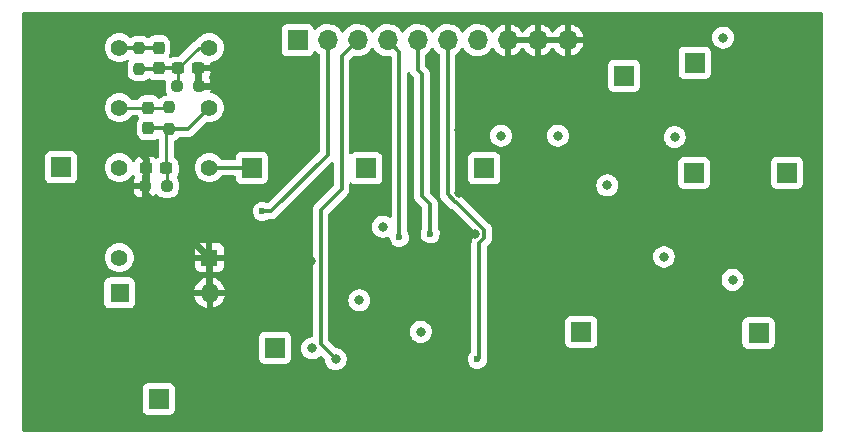
<source format=gbl>
%TF.GenerationSoftware,KiCad,Pcbnew,(6.0.7)*%
%TF.CreationDate,2023-02-28T16:34:10-05:00*%
%TF.ProjectId,Front_EndDesign3,46726f6e-745f-4456-9e64-44657369676e,rev?*%
%TF.SameCoordinates,Original*%
%TF.FileFunction,Copper,L4,Bot*%
%TF.FilePolarity,Positive*%
%FSLAX46Y46*%
G04 Gerber Fmt 4.6, Leading zero omitted, Abs format (unit mm)*
G04 Created by KiCad (PCBNEW (6.0.7)) date 2023-02-28 16:34:10*
%MOMM*%
%LPD*%
G01*
G04 APERTURE LIST*
G04 Aperture macros list*
%AMRoundRect*
0 Rectangle with rounded corners*
0 $1 Rounding radius*
0 $2 $3 $4 $5 $6 $7 $8 $9 X,Y pos of 4 corners*
0 Add a 4 corners polygon primitive as box body*
4,1,4,$2,$3,$4,$5,$6,$7,$8,$9,$2,$3,0*
0 Add four circle primitives for the rounded corners*
1,1,$1+$1,$2,$3*
1,1,$1+$1,$4,$5*
1,1,$1+$1,$6,$7*
1,1,$1+$1,$8,$9*
0 Add four rect primitives between the rounded corners*
20,1,$1+$1,$2,$3,$4,$5,0*
20,1,$1+$1,$4,$5,$6,$7,0*
20,1,$1+$1,$6,$7,$8,$9,0*
20,1,$1+$1,$8,$9,$2,$3,0*%
G04 Aperture macros list end*
%TA.AperFunction,ComponentPad*%
%ADD10R,1.700000X1.700000*%
%TD*%
%TA.AperFunction,ComponentPad*%
%ADD11R,1.400000X1.400000*%
%TD*%
%TA.AperFunction,ComponentPad*%
%ADD12C,1.400000*%
%TD*%
%TA.AperFunction,ComponentPad*%
%ADD13R,1.600000X1.600000*%
%TD*%
%TA.AperFunction,ComponentPad*%
%ADD14O,1.600000X1.600000*%
%TD*%
%TA.AperFunction,ComponentPad*%
%ADD15O,1.700000X1.700000*%
%TD*%
%TA.AperFunction,SMDPad,CuDef*%
%ADD16RoundRect,0.237500X-0.237500X0.300000X-0.237500X-0.300000X0.237500X-0.300000X0.237500X0.300000X0*%
%TD*%
%TA.AperFunction,SMDPad,CuDef*%
%ADD17RoundRect,0.237500X-0.300000X-0.237500X0.300000X-0.237500X0.300000X0.237500X-0.300000X0.237500X0*%
%TD*%
%TA.AperFunction,SMDPad,CuDef*%
%ADD18RoundRect,0.237500X0.250000X0.237500X-0.250000X0.237500X-0.250000X-0.237500X0.250000X-0.237500X0*%
%TD*%
%TA.AperFunction,SMDPad,CuDef*%
%ADD19RoundRect,0.237500X0.237500X-0.250000X0.237500X0.250000X-0.237500X0.250000X-0.237500X-0.250000X0*%
%TD*%
%TA.AperFunction,SMDPad,CuDef*%
%ADD20RoundRect,0.237500X0.237500X-0.300000X0.237500X0.300000X-0.237500X0.300000X-0.237500X-0.300000X0*%
%TD*%
%TA.AperFunction,SMDPad,CuDef*%
%ADD21RoundRect,0.237500X-0.250000X-0.237500X0.250000X-0.237500X0.250000X0.237500X-0.250000X0.237500X0*%
%TD*%
%TA.AperFunction,ViaPad*%
%ADD22C,0.838000*%
%TD*%
%TA.AperFunction,ViaPad*%
%ADD23C,0.600000*%
%TD*%
%TA.AperFunction,ViaPad*%
%ADD24C,0.800000*%
%TD*%
%TA.AperFunction,Conductor*%
%ADD25C,0.609600*%
%TD*%
%TA.AperFunction,Conductor*%
%ADD26C,0.305000*%
%TD*%
%TA.AperFunction,Conductor*%
%ADD27C,0.250000*%
%TD*%
G04 APERTURE END LIST*
D10*
%TO.P,J7,1,Pin_1*%
%TO.N,Net-(J7-Pad1)*%
X95270000Y-75050000D03*
%TD*%
%TO.P,J4,1,Pin_1*%
%TO.N,Net-(C5-Pad1)*%
X67715000Y-94586000D03*
%TD*%
%TO.P,J8,1,Pin_1*%
%TO.N,+5V*%
X103500000Y-88900000D03*
%TD*%
D11*
%TO.P,K1,1*%
%TO.N,GND*%
X72012500Y-82607500D03*
D12*
%TO.P,K1,4*%
%TO.N,Net-(C7-Pad1)*%
X72012500Y-74987500D03*
%TO.P,K1,6*%
%TO.N,Net-(C1-Pad2)*%
X72012500Y-69907500D03*
%TO.P,K1,8*%
%TO.N,Net-(C3-Pad2)*%
X72012500Y-64827500D03*
%TO.P,K1,9*%
%TO.N,Net-(C3-Pad1)*%
X64392500Y-64827500D03*
%TO.P,K1,11*%
%TO.N,Net-(C2-Pad2)*%
X64392500Y-69907500D03*
%TO.P,K1,13*%
%TO.N,Net-(GD1-Pad1)*%
X64392500Y-74987500D03*
%TO.P,K1,16*%
%TO.N,attenuate*%
X64392500Y-82607500D03*
%TD*%
D13*
%TO.P,D2,1,K*%
%TO.N,attenuate*%
X64400000Y-85600000D03*
D14*
%TO.P,D2,2,A*%
%TO.N,GND*%
X72020000Y-85600000D03*
%TD*%
D10*
%TO.P,J12,1,Pin_1*%
%TO.N,Net-(J12-Pad1)*%
X113030000Y-75438000D03*
%TD*%
%TO.P,J3,1,Pin_1*%
%TO.N,Net-(C7-Pad1)*%
X75600000Y-75000000D03*
%TD*%
%TO.P,J5,1,Pin_1*%
%TO.N,Net-(C7-Pad2)*%
X85280000Y-75040000D03*
%TD*%
%TO.P,J1,1,Pin_1*%
%TO.N,Net-(GD1-Pad1)*%
X59436000Y-74970000D03*
%TD*%
%TO.P,J11,1,Pin_1*%
%TO.N,attenuate*%
X79475000Y-64200000D03*
D15*
%TO.P,J11,2,Pin_2*%
%TO.N,acdc*%
X82015000Y-64200000D03*
%TO.P,J11,3,Pin_3*%
%TO.N,amp1-10*%
X84555000Y-64200000D03*
%TO.P,J11,4,Pin_4*%
%TO.N,amp1-5*%
X87095000Y-64200000D03*
%TO.P,J11,5,Pin_5*%
%TO.N,amp1-2.5*%
X89635000Y-64200000D03*
%TO.P,J11,6,Pin_6*%
%TO.N,amp1-1*%
X92175000Y-64200000D03*
%TO.P,J11,7,Pin_7*%
%TO.N,pwm*%
X94715000Y-64200000D03*
%TO.P,J11,8,Pin_8*%
%TO.N,GND*%
X97255000Y-64200000D03*
%TO.P,J11,9,Pin_9*%
X99795000Y-64200000D03*
%TO.P,J11,10,Pin_10*%
X102335000Y-64200000D03*
%TD*%
D10*
%TO.P,J10,1,Pin_1*%
%TO.N,-5V*%
X118500000Y-89000000D03*
%TD*%
%TO.P,J14,1,Pin_1*%
%TO.N,+3.3V*%
X113100000Y-66100000D03*
%TD*%
%TO.P,J9,1,Pin_1*%
%TO.N,Net-(C13-Pad1)*%
X107100000Y-67200000D03*
%TD*%
%TO.P,J6,1,Pin_1*%
%TO.N,+5V*%
X77567000Y-90236000D03*
%TD*%
%TO.P,J13,1,Pin_1*%
%TO.N,Net-(C21-Pad1)*%
X120904000Y-75420000D03*
%TD*%
D16*
%TO.P,C3,1*%
%TO.N,Net-(C3-Pad1)*%
X67700000Y-64837500D03*
%TO.P,C3,2*%
%TO.N,Net-(C3-Pad2)*%
X67700000Y-66562500D03*
%TD*%
D17*
%TO.P,C4,1*%
%TO.N,Net-(C3-Pad2)*%
X69337500Y-66600000D03*
%TO.P,C4,2*%
%TO.N,GND*%
X71062500Y-66600000D03*
%TD*%
D18*
%TO.P,R4,1*%
%TO.N,GND*%
X71112500Y-68100000D03*
%TO.P,R4,2*%
%TO.N,Net-(C3-Pad2)*%
X69287500Y-68100000D03*
%TD*%
D19*
%TO.P,R2,1*%
%TO.N,Net-(C1-Pad2)*%
X68600000Y-71725000D03*
%TO.P,R2,2*%
%TO.N,Net-(C2-Pad2)*%
X68600000Y-69900000D03*
%TD*%
D20*
%TO.P,C2,1*%
%TO.N,Net-(C1-Pad2)*%
X66850000Y-71642500D03*
%TO.P,C2,2*%
%TO.N,Net-(C2-Pad2)*%
X66850000Y-69917500D03*
%TD*%
D19*
%TO.P,R3,1*%
%TO.N,Net-(C3-Pad2)*%
X66075000Y-66655000D03*
%TO.P,R3,2*%
%TO.N,Net-(C3-Pad1)*%
X66075000Y-64830000D03*
%TD*%
D17*
%TO.P,C1,1*%
%TO.N,GND*%
X66627500Y-75040000D03*
%TO.P,C1,2*%
%TO.N,Net-(C1-Pad2)*%
X68352500Y-75040000D03*
%TD*%
D21*
%TO.P,R1,1*%
%TO.N,GND*%
X66577500Y-76540000D03*
%TO.P,R1,2*%
%TO.N,Net-(C1-Pad2)*%
X68402500Y-76540000D03*
%TD*%
D22*
%TO.N,GND*%
X80642700Y-82857300D03*
X98200000Y-85200000D03*
X61900000Y-95700000D03*
X74400000Y-67400000D03*
X83200000Y-93400000D03*
X93100000Y-71800000D03*
X83200000Y-86500000D03*
X94500000Y-80600000D03*
X65400000Y-73000000D03*
X93100000Y-77100000D03*
X108700000Y-85600000D03*
X120200000Y-78900000D03*
X63400000Y-89300000D03*
D23*
X106300000Y-81500000D03*
D22*
X109800000Y-64400000D03*
%TO.N,-5V*%
X116300000Y-84500000D03*
X101500000Y-72300000D03*
X89900000Y-88900000D03*
X111400000Y-72400000D03*
X96700000Y-72300000D03*
%TO.N,+5V*%
X105700000Y-76500000D03*
D24*
X110490000Y-82550000D03*
D22*
X86700000Y-80000000D03*
X80700000Y-90300000D03*
X84700000Y-86229000D03*
%TO.N,+3.3V*%
X115500000Y-64000000D03*
D23*
%TO.N,acdc*%
X76500000Y-78700000D03*
%TO.N,amp1-1*%
X94700000Y-91229000D03*
%TO.N,amp1-2.5*%
X90700000Y-80600000D03*
%TO.N,amp1-5*%
X88100000Y-80900000D03*
D22*
%TO.N,amp1-10*%
X82700000Y-91200000D03*
%TD*%
D25*
%TO.N,GND*%
X66627500Y-75040000D02*
X66627500Y-76490000D01*
X66577500Y-76540000D02*
X66577500Y-77172500D01*
X74400000Y-67400000D02*
X74100000Y-67400000D01*
X71062500Y-68050000D02*
X71112500Y-68100000D01*
X72012500Y-82607500D02*
X72012500Y-85592500D01*
X66627500Y-74227500D02*
X65400000Y-73000000D01*
X66577500Y-77172500D02*
X72012500Y-82607500D01*
X74100000Y-67400000D02*
X73400000Y-68100000D01*
X71062500Y-66600000D02*
X71062500Y-68050000D01*
X72012500Y-85592500D02*
X72020000Y-85600000D01*
X71112500Y-68100000D02*
X73400000Y-68100000D01*
X66627500Y-75040000D02*
X66627500Y-74227500D01*
X66627500Y-76490000D02*
X66577500Y-76540000D01*
D26*
%TO.N,Net-(C1-Pad2)*%
X70195000Y-71725000D02*
X72012500Y-69907500D01*
D27*
X68352500Y-71972500D02*
X68600000Y-71725000D01*
D26*
X68517500Y-71642500D02*
X68600000Y-71725000D01*
D27*
X68352500Y-75040000D02*
X68352500Y-71972500D01*
D26*
X66850000Y-71642500D02*
X68517500Y-71642500D01*
D27*
X68402500Y-76540000D02*
X68402500Y-75090000D01*
D26*
X68600000Y-71725000D02*
X70195000Y-71725000D01*
D27*
%TO.N,Net-(C2-Pad2)*%
X64392500Y-69907500D02*
X66840000Y-69907500D01*
X66840000Y-69907500D02*
X66850000Y-69917500D01*
X68582500Y-69917500D02*
X68600000Y-69900000D01*
X66850000Y-69917500D02*
X68582500Y-69917500D01*
D26*
%TO.N,Net-(C3-Pad1)*%
X67692500Y-64830000D02*
X67700000Y-64837500D01*
X66075000Y-64830000D02*
X67692500Y-64830000D01*
X66072500Y-64827500D02*
X66075000Y-64830000D01*
X64392500Y-64827500D02*
X66072500Y-64827500D01*
%TO.N,Net-(C3-Pad2)*%
X67607500Y-66655000D02*
X67700000Y-66562500D01*
X66075000Y-66655000D02*
X67607500Y-66655000D01*
X67700000Y-66562500D02*
X69300000Y-66562500D01*
D27*
X69337500Y-66600000D02*
X69337500Y-68050000D01*
X71110000Y-64827500D02*
X72012500Y-64827500D01*
X69337500Y-66600000D02*
X71110000Y-64827500D01*
X69337500Y-68050000D02*
X69287500Y-68100000D01*
D26*
%TO.N,Net-(C7-Pad1)*%
X75587500Y-74987500D02*
X75600000Y-75000000D01*
X72012500Y-74987500D02*
X75587500Y-74987500D01*
%TO.N,acdc*%
X77230000Y-78700000D02*
X82015000Y-73915000D01*
X76500000Y-78700000D02*
X77230000Y-78700000D01*
X82015000Y-64200000D02*
X82015000Y-73915000D01*
%TO.N,amp1-1*%
X94700000Y-91229000D02*
X94852500Y-91076500D01*
X92801845Y-77892911D02*
X92175000Y-77266066D01*
X94852500Y-81404434D02*
X95271500Y-80985434D01*
X94852500Y-91076500D02*
X94852500Y-81404434D01*
X92915686Y-77892911D02*
X92801845Y-77892911D01*
X95271500Y-80985434D02*
X95271500Y-80248724D01*
X92175000Y-77266066D02*
X92175000Y-64200000D01*
X95271500Y-80248724D02*
X92915686Y-77892911D01*
%TO.N,amp1-2.5*%
X90700000Y-80600000D02*
X90700000Y-78100000D01*
X90700000Y-78100000D02*
X90000000Y-77400000D01*
X89635000Y-66735000D02*
X89635000Y-64200000D01*
X90000000Y-67100000D02*
X89635000Y-66735000D01*
X90000000Y-77400000D02*
X90000000Y-67100000D01*
%TO.N,amp1-5*%
X88100000Y-80900000D02*
X88100000Y-65205000D01*
X88100000Y-65205000D02*
X87095000Y-64200000D01*
%TO.N,amp1-10*%
X81414200Y-78585800D02*
X83200000Y-76800000D01*
X82700000Y-91200000D02*
X81414200Y-89914200D01*
X81414200Y-89914200D02*
X81414200Y-78585800D01*
X83200000Y-76800000D02*
X83200000Y-65555000D01*
X83200000Y-65555000D02*
X84555000Y-64200000D01*
%TD*%
%TA.AperFunction,Conductor*%
%TO.N,GND*%
G36*
X123893621Y-61828502D02*
G01*
X123940114Y-61882158D01*
X123951500Y-61934500D01*
X123951500Y-97217500D01*
X123931498Y-97285621D01*
X123877842Y-97332114D01*
X123825500Y-97343500D01*
X56260500Y-97343500D01*
X56192379Y-97323498D01*
X56145886Y-97269842D01*
X56134500Y-97217500D01*
X56134500Y-95484134D01*
X66356500Y-95484134D01*
X66363255Y-95546316D01*
X66414385Y-95682705D01*
X66501739Y-95799261D01*
X66618295Y-95886615D01*
X66754684Y-95937745D01*
X66816866Y-95944500D01*
X68613134Y-95944500D01*
X68675316Y-95937745D01*
X68811705Y-95886615D01*
X68928261Y-95799261D01*
X69015615Y-95682705D01*
X69066745Y-95546316D01*
X69073500Y-95484134D01*
X69073500Y-93687866D01*
X69066745Y-93625684D01*
X69015615Y-93489295D01*
X68928261Y-93372739D01*
X68811705Y-93285385D01*
X68675316Y-93234255D01*
X68613134Y-93227500D01*
X66816866Y-93227500D01*
X66754684Y-93234255D01*
X66618295Y-93285385D01*
X66501739Y-93372739D01*
X66414385Y-93489295D01*
X66363255Y-93625684D01*
X66356500Y-93687866D01*
X66356500Y-95484134D01*
X56134500Y-95484134D01*
X56134500Y-91134134D01*
X76208500Y-91134134D01*
X76215255Y-91196316D01*
X76266385Y-91332705D01*
X76353739Y-91449261D01*
X76470295Y-91536615D01*
X76606684Y-91587745D01*
X76668866Y-91594500D01*
X78465134Y-91594500D01*
X78527316Y-91587745D01*
X78663705Y-91536615D01*
X78780261Y-91449261D01*
X78867615Y-91332705D01*
X78918745Y-91196316D01*
X78925500Y-91134134D01*
X78925500Y-89337866D01*
X78918745Y-89275684D01*
X78867615Y-89139295D01*
X78780261Y-89022739D01*
X78663705Y-88935385D01*
X78527316Y-88884255D01*
X78465134Y-88877500D01*
X76668866Y-88877500D01*
X76606684Y-88884255D01*
X76470295Y-88935385D01*
X76353739Y-89022739D01*
X76266385Y-89139295D01*
X76215255Y-89275684D01*
X76208500Y-89337866D01*
X76208500Y-91134134D01*
X56134500Y-91134134D01*
X56134500Y-86448134D01*
X63091500Y-86448134D01*
X63098255Y-86510316D01*
X63149385Y-86646705D01*
X63236739Y-86763261D01*
X63353295Y-86850615D01*
X63489684Y-86901745D01*
X63551866Y-86908500D01*
X65248134Y-86908500D01*
X65310316Y-86901745D01*
X65446705Y-86850615D01*
X65563261Y-86763261D01*
X65650615Y-86646705D01*
X65701745Y-86510316D01*
X65708500Y-86448134D01*
X65708500Y-85866522D01*
X70737273Y-85866522D01*
X70784764Y-86043761D01*
X70788510Y-86054053D01*
X70880586Y-86251511D01*
X70886069Y-86261007D01*
X71011028Y-86439467D01*
X71018084Y-86447875D01*
X71172125Y-86601916D01*
X71180533Y-86608972D01*
X71358993Y-86733931D01*
X71368489Y-86739414D01*
X71565947Y-86831490D01*
X71576239Y-86835236D01*
X71748503Y-86881394D01*
X71762599Y-86881058D01*
X71766000Y-86873116D01*
X71766000Y-86867967D01*
X72274000Y-86867967D01*
X72277973Y-86881498D01*
X72286522Y-86882727D01*
X72463761Y-86835236D01*
X72474053Y-86831490D01*
X72671511Y-86739414D01*
X72681007Y-86733931D01*
X72859467Y-86608972D01*
X72867875Y-86601916D01*
X73021916Y-86447875D01*
X73028972Y-86439467D01*
X73153931Y-86261007D01*
X73159414Y-86251511D01*
X73251490Y-86054053D01*
X73255236Y-86043761D01*
X73301394Y-85871497D01*
X73301058Y-85857401D01*
X73293116Y-85854000D01*
X72292115Y-85854000D01*
X72276876Y-85858475D01*
X72275671Y-85859865D01*
X72274000Y-85867548D01*
X72274000Y-86867967D01*
X71766000Y-86867967D01*
X71766000Y-85872115D01*
X71761525Y-85856876D01*
X71760135Y-85855671D01*
X71752452Y-85854000D01*
X70752033Y-85854000D01*
X70738502Y-85857973D01*
X70737273Y-85866522D01*
X65708500Y-85866522D01*
X65708500Y-85328503D01*
X70738606Y-85328503D01*
X70738942Y-85342599D01*
X70746884Y-85346000D01*
X71747885Y-85346000D01*
X71763124Y-85341525D01*
X71764329Y-85340135D01*
X71766000Y-85332452D01*
X71766000Y-85327885D01*
X72274000Y-85327885D01*
X72278475Y-85343124D01*
X72279865Y-85344329D01*
X72287548Y-85346000D01*
X73287967Y-85346000D01*
X73301498Y-85342027D01*
X73302727Y-85333478D01*
X73255236Y-85156239D01*
X73251490Y-85145947D01*
X73159414Y-84948489D01*
X73153931Y-84938993D01*
X73028972Y-84760533D01*
X73021916Y-84752125D01*
X72867875Y-84598084D01*
X72859467Y-84591028D01*
X72681007Y-84466069D01*
X72671511Y-84460586D01*
X72474053Y-84368510D01*
X72463761Y-84364764D01*
X72291497Y-84318606D01*
X72277401Y-84318942D01*
X72274000Y-84326884D01*
X72274000Y-85327885D01*
X71766000Y-85327885D01*
X71766000Y-84332033D01*
X71762027Y-84318502D01*
X71753478Y-84317273D01*
X71576239Y-84364764D01*
X71565947Y-84368510D01*
X71368489Y-84460586D01*
X71358993Y-84466069D01*
X71180533Y-84591028D01*
X71172125Y-84598084D01*
X71018084Y-84752125D01*
X71011028Y-84760533D01*
X70886069Y-84938993D01*
X70880586Y-84948489D01*
X70788510Y-85145947D01*
X70784764Y-85156239D01*
X70738606Y-85328503D01*
X65708500Y-85328503D01*
X65708500Y-84751866D01*
X65701745Y-84689684D01*
X65650615Y-84553295D01*
X65563261Y-84436739D01*
X65446705Y-84349385D01*
X65310316Y-84298255D01*
X65248134Y-84291500D01*
X63551866Y-84291500D01*
X63489684Y-84298255D01*
X63353295Y-84349385D01*
X63236739Y-84436739D01*
X63149385Y-84553295D01*
X63098255Y-84689684D01*
X63091500Y-84751866D01*
X63091500Y-86448134D01*
X56134500Y-86448134D01*
X56134500Y-82607500D01*
X63179384Y-82607500D01*
X63197814Y-82818155D01*
X63252544Y-83022410D01*
X63341911Y-83214058D01*
X63463199Y-83387276D01*
X63612724Y-83536801D01*
X63785942Y-83658089D01*
X63790920Y-83660410D01*
X63790923Y-83660412D01*
X63972608Y-83745133D01*
X63977590Y-83747456D01*
X63982898Y-83748878D01*
X63982900Y-83748879D01*
X64176530Y-83800762D01*
X64176532Y-83800762D01*
X64181845Y-83802186D01*
X64392500Y-83820616D01*
X64603155Y-83802186D01*
X64608468Y-83800762D01*
X64608470Y-83800762D01*
X64802100Y-83748879D01*
X64802102Y-83748878D01*
X64807410Y-83747456D01*
X64812392Y-83745133D01*
X64994077Y-83660412D01*
X64994080Y-83660410D01*
X64999058Y-83658089D01*
X65172276Y-83536801D01*
X65321801Y-83387276D01*
X65346383Y-83352169D01*
X70804501Y-83352169D01*
X70804871Y-83358990D01*
X70810395Y-83409852D01*
X70814021Y-83425104D01*
X70859176Y-83545554D01*
X70867714Y-83561149D01*
X70944215Y-83663224D01*
X70956776Y-83675785D01*
X71058851Y-83752286D01*
X71074446Y-83760824D01*
X71194894Y-83805978D01*
X71210149Y-83809605D01*
X71261014Y-83815131D01*
X71267828Y-83815500D01*
X71740385Y-83815500D01*
X71755624Y-83811025D01*
X71756829Y-83809635D01*
X71758500Y-83801952D01*
X71758500Y-83797384D01*
X72266500Y-83797384D01*
X72270975Y-83812623D01*
X72272365Y-83813828D01*
X72280048Y-83815499D01*
X72757169Y-83815499D01*
X72763990Y-83815129D01*
X72814852Y-83809605D01*
X72830104Y-83805979D01*
X72950554Y-83760824D01*
X72966149Y-83752286D01*
X73068224Y-83675785D01*
X73080785Y-83663224D01*
X73157286Y-83561149D01*
X73165824Y-83545554D01*
X73210978Y-83425106D01*
X73214605Y-83409851D01*
X73220131Y-83358986D01*
X73220500Y-83352172D01*
X73220500Y-82879615D01*
X73216025Y-82864376D01*
X73214635Y-82863171D01*
X73206952Y-82861500D01*
X72284615Y-82861500D01*
X72269376Y-82865975D01*
X72268171Y-82867365D01*
X72266500Y-82875048D01*
X72266500Y-83797384D01*
X71758500Y-83797384D01*
X71758500Y-82879615D01*
X71754025Y-82864376D01*
X71752635Y-82863171D01*
X71744952Y-82861500D01*
X70822616Y-82861500D01*
X70807377Y-82865975D01*
X70806172Y-82867365D01*
X70804501Y-82875048D01*
X70804501Y-83352169D01*
X65346383Y-83352169D01*
X65443089Y-83214058D01*
X65532456Y-83022410D01*
X65587186Y-82818155D01*
X65605616Y-82607500D01*
X65587186Y-82396845D01*
X65570718Y-82335385D01*
X70804500Y-82335385D01*
X70808975Y-82350624D01*
X70810365Y-82351829D01*
X70818048Y-82353500D01*
X71740385Y-82353500D01*
X71755624Y-82349025D01*
X71756829Y-82347635D01*
X71758500Y-82339952D01*
X71758500Y-82335385D01*
X72266500Y-82335385D01*
X72270975Y-82350624D01*
X72272365Y-82351829D01*
X72280048Y-82353500D01*
X73202384Y-82353500D01*
X73217623Y-82349025D01*
X73218828Y-82347635D01*
X73220499Y-82339952D01*
X73220499Y-81862831D01*
X73220129Y-81856010D01*
X73214605Y-81805148D01*
X73210979Y-81789896D01*
X73165824Y-81669446D01*
X73157286Y-81653851D01*
X73080785Y-81551776D01*
X73068224Y-81539215D01*
X72966149Y-81462714D01*
X72950554Y-81454176D01*
X72830106Y-81409022D01*
X72814851Y-81405395D01*
X72763986Y-81399869D01*
X72757172Y-81399500D01*
X72284615Y-81399500D01*
X72269376Y-81403975D01*
X72268171Y-81405365D01*
X72266500Y-81413048D01*
X72266500Y-82335385D01*
X71758500Y-82335385D01*
X71758500Y-81417616D01*
X71754025Y-81402377D01*
X71752635Y-81401172D01*
X71744952Y-81399501D01*
X71267831Y-81399501D01*
X71261010Y-81399871D01*
X71210148Y-81405395D01*
X71194896Y-81409021D01*
X71074446Y-81454176D01*
X71058851Y-81462714D01*
X70956776Y-81539215D01*
X70944215Y-81551776D01*
X70867714Y-81653851D01*
X70859176Y-81669446D01*
X70814022Y-81789894D01*
X70810395Y-81805149D01*
X70804869Y-81856014D01*
X70804500Y-81862828D01*
X70804500Y-82335385D01*
X65570718Y-82335385D01*
X65532456Y-82192590D01*
X65530133Y-82187608D01*
X65445412Y-82005923D01*
X65445410Y-82005920D01*
X65443089Y-82000942D01*
X65321801Y-81827724D01*
X65172276Y-81678199D01*
X64999058Y-81556911D01*
X64994080Y-81554590D01*
X64994077Y-81554588D01*
X64812392Y-81469867D01*
X64812391Y-81469866D01*
X64807410Y-81467544D01*
X64802102Y-81466122D01*
X64802100Y-81466121D01*
X64608470Y-81414238D01*
X64608468Y-81414238D01*
X64603155Y-81412814D01*
X64392500Y-81394384D01*
X64181845Y-81412814D01*
X64176532Y-81414238D01*
X64176530Y-81414238D01*
X63982900Y-81466121D01*
X63982898Y-81466122D01*
X63977590Y-81467544D01*
X63972609Y-81469866D01*
X63972608Y-81469867D01*
X63790923Y-81554588D01*
X63790920Y-81554590D01*
X63785942Y-81556911D01*
X63612724Y-81678199D01*
X63463199Y-81827724D01*
X63341911Y-82000942D01*
X63339590Y-82005920D01*
X63339588Y-82005923D01*
X63254867Y-82187608D01*
X63252544Y-82192590D01*
X63197814Y-82396845D01*
X63179384Y-82607500D01*
X56134500Y-82607500D01*
X56134500Y-78688640D01*
X75686463Y-78688640D01*
X75704163Y-78869160D01*
X75761418Y-79041273D01*
X75765065Y-79047295D01*
X75765066Y-79047297D01*
X75851279Y-79189652D01*
X75855380Y-79196424D01*
X75860269Y-79201487D01*
X75860270Y-79201488D01*
X75902395Y-79245109D01*
X75981382Y-79326902D01*
X76133159Y-79426222D01*
X76139763Y-79428678D01*
X76139765Y-79428679D01*
X76296558Y-79486990D01*
X76296560Y-79486990D01*
X76303168Y-79489448D01*
X76386995Y-79500633D01*
X76475980Y-79512507D01*
X76475984Y-79512507D01*
X76482961Y-79513438D01*
X76489972Y-79512800D01*
X76489976Y-79512800D01*
X76632459Y-79499832D01*
X76663600Y-79496998D01*
X76670302Y-79494820D01*
X76670304Y-79494820D01*
X76829409Y-79443124D01*
X76829412Y-79443123D01*
X76836108Y-79440947D01*
X76842159Y-79437340D01*
X76842161Y-79437339D01*
X76940410Y-79378771D01*
X77004927Y-79361000D01*
X77202725Y-79361000D01*
X77211295Y-79361292D01*
X77257272Y-79364427D01*
X77257276Y-79364427D01*
X77264848Y-79364943D01*
X77272324Y-79363638D01*
X77272327Y-79363638D01*
X77323349Y-79354733D01*
X77329875Y-79353770D01*
X77381278Y-79347550D01*
X77381288Y-79347547D01*
X77388829Y-79346635D01*
X77395939Y-79343948D01*
X77402918Y-79342234D01*
X77408108Y-79340814D01*
X77414973Y-79338742D01*
X77422453Y-79337436D01*
X77429401Y-79334386D01*
X77429404Y-79334385D01*
X77457994Y-79321834D01*
X77476847Y-79313558D01*
X77482903Y-79311086D01*
X77538488Y-79290083D01*
X77544747Y-79285781D01*
X77551100Y-79282460D01*
X77555834Y-79279825D01*
X77561997Y-79276180D01*
X77568948Y-79273129D01*
X77574971Y-79268507D01*
X77574975Y-79268505D01*
X77616056Y-79236983D01*
X77621391Y-79233107D01*
X77664078Y-79203768D01*
X77664081Y-79203765D01*
X77670338Y-79199465D01*
X77708857Y-79156232D01*
X77713839Y-79150956D01*
X82323905Y-74540890D01*
X82386217Y-74506864D01*
X82457032Y-74511929D01*
X82513868Y-74554476D01*
X82538679Y-74620996D01*
X82539000Y-74629985D01*
X82539000Y-76474014D01*
X82518998Y-76542135D01*
X82502095Y-76563109D01*
X80966093Y-78099111D01*
X80959828Y-78104964D01*
X80919373Y-78140256D01*
X80885209Y-78188868D01*
X80881297Y-78194133D01*
X80844651Y-78240869D01*
X80841524Y-78247795D01*
X80837829Y-78253896D01*
X80835141Y-78258607D01*
X80831749Y-78264934D01*
X80827380Y-78271150D01*
X80824619Y-78278232D01*
X80805818Y-78326455D01*
X80803261Y-78332538D01*
X80797697Y-78344861D01*
X80778814Y-78386682D01*
X80777429Y-78394157D01*
X80775273Y-78401036D01*
X80773821Y-78406132D01*
X80772024Y-78413129D01*
X80769264Y-78420209D01*
X80768272Y-78427742D01*
X80768272Y-78427743D01*
X80761513Y-78479084D01*
X80760481Y-78485599D01*
X80754907Y-78515675D01*
X80749659Y-78543991D01*
X80750096Y-78551571D01*
X80750096Y-78551572D01*
X80752991Y-78601775D01*
X80753200Y-78609028D01*
X80753200Y-89246500D01*
X80733198Y-89314621D01*
X80679542Y-89361114D01*
X80627200Y-89372500D01*
X80602516Y-89372500D01*
X80596063Y-89373872D01*
X80596059Y-89373872D01*
X80507162Y-89392768D01*
X80411808Y-89413036D01*
X80405779Y-89415720D01*
X80405777Y-89415721D01*
X80239726Y-89489652D01*
X80239724Y-89489653D01*
X80233696Y-89492337D01*
X80075963Y-89606936D01*
X80071550Y-89611838D01*
X80071548Y-89611839D01*
X79982850Y-89710348D01*
X79945503Y-89751826D01*
X79942200Y-89757547D01*
X79882867Y-89860316D01*
X79848019Y-89920674D01*
X79845977Y-89926959D01*
X79790824Y-90096705D01*
X79787771Y-90106100D01*
X79767391Y-90300000D01*
X79787771Y-90493900D01*
X79789811Y-90500178D01*
X79789811Y-90500179D01*
X79793600Y-90511839D01*
X79848019Y-90679326D01*
X79945503Y-90848174D01*
X79949921Y-90853081D01*
X79949922Y-90853082D01*
X80071545Y-90988157D01*
X80075963Y-90993064D01*
X80085263Y-90999821D01*
X80137379Y-91037685D01*
X80233695Y-91107663D01*
X80239723Y-91110347D01*
X80239725Y-91110348D01*
X80405777Y-91184279D01*
X80411808Y-91186964D01*
X80490616Y-91203715D01*
X80596059Y-91226128D01*
X80596063Y-91226128D01*
X80602516Y-91227500D01*
X80797484Y-91227500D01*
X80803937Y-91226128D01*
X80803941Y-91226128D01*
X80909384Y-91203715D01*
X80988192Y-91186964D01*
X80994223Y-91184279D01*
X81160275Y-91110348D01*
X81160277Y-91110347D01*
X81166305Y-91107663D01*
X81231185Y-91060525D01*
X81318693Y-90996947D01*
X81318695Y-90996945D01*
X81324037Y-90993064D01*
X81346172Y-90968480D01*
X81406618Y-90931242D01*
X81477601Y-90932594D01*
X81528902Y-90963697D01*
X81736097Y-91170892D01*
X81770123Y-91233204D01*
X81772312Y-91246815D01*
X81787771Y-91393900D01*
X81848019Y-91579326D01*
X81851322Y-91585048D01*
X81851323Y-91585049D01*
X81856672Y-91594314D01*
X81945503Y-91748174D01*
X81949921Y-91753081D01*
X81949922Y-91753082D01*
X82064810Y-91880677D01*
X82075963Y-91893064D01*
X82233695Y-92007663D01*
X82239723Y-92010347D01*
X82239725Y-92010348D01*
X82405777Y-92084279D01*
X82411808Y-92086964D01*
X82507162Y-92107232D01*
X82596059Y-92126128D01*
X82596063Y-92126128D01*
X82602516Y-92127500D01*
X82797484Y-92127500D01*
X82803937Y-92126128D01*
X82803941Y-92126128D01*
X82892838Y-92107232D01*
X82988192Y-92086964D01*
X82994223Y-92084279D01*
X83160275Y-92010348D01*
X83160277Y-92010347D01*
X83166305Y-92007663D01*
X83324037Y-91893064D01*
X83335191Y-91880677D01*
X83450078Y-91753082D01*
X83450079Y-91753081D01*
X83454497Y-91748174D01*
X83543328Y-91594314D01*
X83548677Y-91585049D01*
X83548678Y-91585048D01*
X83551981Y-91579326D01*
X83612229Y-91393900D01*
X83627590Y-91247757D01*
X83631919Y-91206565D01*
X83632609Y-91200000D01*
X83617187Y-91053272D01*
X83612919Y-91012664D01*
X83612919Y-91012663D01*
X83612229Y-91006100D01*
X83607994Y-90993064D01*
X83554023Y-90826959D01*
X83551981Y-90820674D01*
X83454497Y-90651826D01*
X83417240Y-90610448D01*
X83328452Y-90511839D01*
X83328450Y-90511838D01*
X83324037Y-90506936D01*
X83166305Y-90392337D01*
X83160277Y-90389653D01*
X83160275Y-90389652D01*
X82994223Y-90315721D01*
X82994222Y-90315721D01*
X82988192Y-90313036D01*
X82892838Y-90292768D01*
X82803941Y-90273872D01*
X82803937Y-90273872D01*
X82797484Y-90272500D01*
X82759485Y-90272500D01*
X82691364Y-90252498D01*
X82670390Y-90235595D01*
X82112105Y-89677310D01*
X82078079Y-89614998D01*
X82075200Y-89588215D01*
X82075200Y-88900000D01*
X88967391Y-88900000D01*
X88987771Y-89093900D01*
X88989811Y-89100178D01*
X88989811Y-89100179D01*
X89005252Y-89147703D01*
X89048019Y-89279326D01*
X89145503Y-89448174D01*
X89149921Y-89453081D01*
X89149922Y-89453082D01*
X89185268Y-89492337D01*
X89275963Y-89593064D01*
X89281302Y-89596943D01*
X89391918Y-89677310D01*
X89433695Y-89707663D01*
X89439723Y-89710347D01*
X89439725Y-89710348D01*
X89545736Y-89757547D01*
X89611808Y-89786964D01*
X89680341Y-89801531D01*
X89796059Y-89826128D01*
X89796063Y-89826128D01*
X89802516Y-89827500D01*
X89997484Y-89827500D01*
X90003937Y-89826128D01*
X90003941Y-89826128D01*
X90119659Y-89801531D01*
X90188192Y-89786964D01*
X90254264Y-89757547D01*
X90360275Y-89710348D01*
X90360277Y-89710347D01*
X90366305Y-89707663D01*
X90408083Y-89677310D01*
X90518698Y-89596943D01*
X90524037Y-89593064D01*
X90614733Y-89492337D01*
X90650078Y-89453082D01*
X90650079Y-89453081D01*
X90654497Y-89448174D01*
X90751981Y-89279326D01*
X90794748Y-89147703D01*
X90810189Y-89100179D01*
X90810189Y-89100178D01*
X90812229Y-89093900D01*
X90832609Y-88900000D01*
X90812229Y-88706100D01*
X90751981Y-88520674D01*
X90654497Y-88351826D01*
X90524037Y-88206936D01*
X90366305Y-88092337D01*
X90360277Y-88089653D01*
X90360275Y-88089652D01*
X90194223Y-88015721D01*
X90194222Y-88015721D01*
X90188192Y-88013036D01*
X90092838Y-87992768D01*
X90003941Y-87973872D01*
X90003937Y-87973872D01*
X89997484Y-87972500D01*
X89802516Y-87972500D01*
X89796063Y-87973872D01*
X89796059Y-87973872D01*
X89707162Y-87992768D01*
X89611808Y-88013036D01*
X89605779Y-88015720D01*
X89605777Y-88015721D01*
X89439726Y-88089652D01*
X89439724Y-88089653D01*
X89433696Y-88092337D01*
X89275963Y-88206936D01*
X89145503Y-88351826D01*
X89048019Y-88520674D01*
X88987771Y-88706100D01*
X88967391Y-88900000D01*
X82075200Y-88900000D01*
X82075200Y-86229000D01*
X83767391Y-86229000D01*
X83787771Y-86422900D01*
X83848019Y-86608326D01*
X83945503Y-86777174D01*
X83949921Y-86782081D01*
X83949922Y-86782082D01*
X84063418Y-86908131D01*
X84075963Y-86922064D01*
X84233695Y-87036663D01*
X84239723Y-87039347D01*
X84239725Y-87039348D01*
X84405777Y-87113279D01*
X84411808Y-87115964D01*
X84507162Y-87136232D01*
X84596059Y-87155128D01*
X84596063Y-87155128D01*
X84602516Y-87156500D01*
X84797484Y-87156500D01*
X84803937Y-87155128D01*
X84803941Y-87155128D01*
X84892838Y-87136232D01*
X84988192Y-87115964D01*
X84994223Y-87113279D01*
X85160275Y-87039348D01*
X85160277Y-87039347D01*
X85166305Y-87036663D01*
X85324037Y-86922064D01*
X85336583Y-86908131D01*
X85450078Y-86782082D01*
X85450079Y-86782081D01*
X85454497Y-86777174D01*
X85551981Y-86608326D01*
X85612229Y-86422900D01*
X85632609Y-86229000D01*
X85612229Y-86035100D01*
X85551981Y-85849674D01*
X85454497Y-85680826D01*
X85324037Y-85535936D01*
X85174788Y-85427500D01*
X85171647Y-85425218D01*
X85171646Y-85425217D01*
X85166305Y-85421337D01*
X85160277Y-85418653D01*
X85160275Y-85418652D01*
X84994223Y-85344721D01*
X84994222Y-85344721D01*
X84988192Y-85342036D01*
X84892838Y-85321768D01*
X84803941Y-85302872D01*
X84803937Y-85302872D01*
X84797484Y-85301500D01*
X84602516Y-85301500D01*
X84596063Y-85302872D01*
X84596059Y-85302872D01*
X84507162Y-85321768D01*
X84411808Y-85342036D01*
X84405779Y-85344720D01*
X84405777Y-85344721D01*
X84239726Y-85418652D01*
X84239724Y-85418653D01*
X84233696Y-85421337D01*
X84228355Y-85425217D01*
X84228354Y-85425218D01*
X84225213Y-85427500D01*
X84075963Y-85535936D01*
X83945503Y-85680826D01*
X83848019Y-85849674D01*
X83787771Y-86035100D01*
X83767391Y-86229000D01*
X82075200Y-86229000D01*
X82075200Y-78911785D01*
X82095202Y-78843664D01*
X82112105Y-78822690D01*
X83648105Y-77286690D01*
X83654371Y-77280836D01*
X83689100Y-77250540D01*
X83694827Y-77245544D01*
X83728991Y-77196932D01*
X83732905Y-77191664D01*
X83735652Y-77188161D01*
X83769549Y-77144931D01*
X83772676Y-77138005D01*
X83776371Y-77131904D01*
X83779058Y-77127195D01*
X83782451Y-77120866D01*
X83786820Y-77114650D01*
X83808391Y-77059324D01*
X83810946Y-77053246D01*
X83832262Y-77006037D01*
X83832263Y-77006034D01*
X83835386Y-76999117D01*
X83836769Y-76991653D01*
X83838904Y-76984842D01*
X83840394Y-76979612D01*
X83842176Y-76972670D01*
X83844936Y-76965591D01*
X83852686Y-76906720D01*
X83853718Y-76900204D01*
X83863157Y-76849276D01*
X83864541Y-76841809D01*
X83861209Y-76784024D01*
X83861000Y-76776772D01*
X83861000Y-76349913D01*
X83881002Y-76281792D01*
X83934658Y-76235299D01*
X84004932Y-76225195D01*
X84066649Y-76253381D01*
X84066739Y-76253261D01*
X84183295Y-76340615D01*
X84319684Y-76391745D01*
X84381866Y-76398500D01*
X86178134Y-76398500D01*
X86240316Y-76391745D01*
X86376705Y-76340615D01*
X86493261Y-76253261D01*
X86580615Y-76136705D01*
X86631745Y-76000316D01*
X86638500Y-75938134D01*
X86638500Y-74141866D01*
X86631745Y-74079684D01*
X86580615Y-73943295D01*
X86493261Y-73826739D01*
X86376705Y-73739385D01*
X86240316Y-73688255D01*
X86178134Y-73681500D01*
X84381866Y-73681500D01*
X84319684Y-73688255D01*
X84183295Y-73739385D01*
X84066739Y-73826739D01*
X84065437Y-73825002D01*
X84013783Y-73853208D01*
X83942968Y-73848143D01*
X83886132Y-73805596D01*
X83861321Y-73739076D01*
X83861000Y-73730087D01*
X83861000Y-65880985D01*
X83881002Y-65812864D01*
X83897905Y-65791890D01*
X84131865Y-65557930D01*
X84194177Y-65523904D01*
X84246081Y-65523555D01*
X84388526Y-65552536D01*
X84388534Y-65552537D01*
X84393597Y-65553567D01*
X84518062Y-65558131D01*
X84611673Y-65561564D01*
X84611677Y-65561564D01*
X84616837Y-65561753D01*
X84621957Y-65561097D01*
X84621959Y-65561097D01*
X84833288Y-65534025D01*
X84833289Y-65534025D01*
X84838416Y-65533368D01*
X84843366Y-65531883D01*
X85047429Y-65470661D01*
X85047434Y-65470659D01*
X85052384Y-65469174D01*
X85252994Y-65370896D01*
X85434860Y-65241173D01*
X85438948Y-65237100D01*
X85578616Y-65097918D01*
X85593096Y-65083489D01*
X85621853Y-65043470D01*
X85723453Y-64902077D01*
X85724776Y-64903028D01*
X85771645Y-64859857D01*
X85841580Y-64847625D01*
X85907026Y-64875144D01*
X85934875Y-64906994D01*
X85994987Y-65005088D01*
X86141250Y-65173938D01*
X86313126Y-65316632D01*
X86506000Y-65429338D01*
X86714692Y-65509030D01*
X86719760Y-65510061D01*
X86719763Y-65510062D01*
X86814862Y-65529410D01*
X86933597Y-65553567D01*
X86938772Y-65553757D01*
X86938774Y-65553757D01*
X87151673Y-65561564D01*
X87151677Y-65561564D01*
X87156837Y-65561753D01*
X87161957Y-65561097D01*
X87161959Y-65561097D01*
X87296990Y-65543799D01*
X87367100Y-65554983D01*
X87420034Y-65602297D01*
X87439000Y-65668778D01*
X87439000Y-79143173D01*
X87418998Y-79211294D01*
X87365342Y-79257787D01*
X87295068Y-79267891D01*
X87238939Y-79245109D01*
X87171647Y-79196218D01*
X87171646Y-79196217D01*
X87166305Y-79192337D01*
X87160277Y-79189653D01*
X87160275Y-79189652D01*
X86994223Y-79115721D01*
X86994222Y-79115721D01*
X86988192Y-79113036D01*
X86892838Y-79092768D01*
X86803941Y-79073872D01*
X86803937Y-79073872D01*
X86797484Y-79072500D01*
X86602516Y-79072500D01*
X86596063Y-79073872D01*
X86596059Y-79073872D01*
X86507162Y-79092768D01*
X86411808Y-79113036D01*
X86405779Y-79115720D01*
X86405777Y-79115721D01*
X86239726Y-79189652D01*
X86239724Y-79189653D01*
X86233696Y-79192337D01*
X86228355Y-79196217D01*
X86228354Y-79196218D01*
X86099159Y-79290083D01*
X86075963Y-79306936D01*
X86071550Y-79311838D01*
X86071548Y-79311839D01*
X85953338Y-79443124D01*
X85945503Y-79451826D01*
X85942200Y-79457547D01*
X85920681Y-79494820D01*
X85848019Y-79620674D01*
X85787771Y-79806100D01*
X85787081Y-79812663D01*
X85787081Y-79812664D01*
X85772926Y-79947339D01*
X85767391Y-80000000D01*
X85768081Y-80006565D01*
X85784656Y-80164259D01*
X85787771Y-80193900D01*
X85789811Y-80200178D01*
X85789811Y-80200179D01*
X85813050Y-80271702D01*
X85848019Y-80379326D01*
X85851322Y-80385048D01*
X85851323Y-80385049D01*
X85861148Y-80402066D01*
X85945503Y-80548174D01*
X85949921Y-80553081D01*
X85949922Y-80553082D01*
X85992168Y-80600000D01*
X86075963Y-80693064D01*
X86081302Y-80696943D01*
X86216770Y-80795366D01*
X86233695Y-80807663D01*
X86239723Y-80810347D01*
X86239725Y-80810348D01*
X86405777Y-80884279D01*
X86411808Y-80886964D01*
X86491778Y-80903962D01*
X86596059Y-80926128D01*
X86596063Y-80926128D01*
X86602516Y-80927500D01*
X86797484Y-80927500D01*
X86803937Y-80926128D01*
X86803941Y-80926128D01*
X86908222Y-80903962D01*
X86988192Y-80886964D01*
X86994223Y-80884279D01*
X87114229Y-80830849D01*
X87184596Y-80821415D01*
X87248893Y-80851522D01*
X87286707Y-80911610D01*
X87290877Y-80933660D01*
X87292214Y-80947297D01*
X87304163Y-81069160D01*
X87361418Y-81241273D01*
X87365065Y-81247295D01*
X87365066Y-81247297D01*
X87451720Y-81390380D01*
X87455380Y-81396424D01*
X87460269Y-81401487D01*
X87460270Y-81401488D01*
X87493573Y-81435974D01*
X87581382Y-81526902D01*
X87733159Y-81626222D01*
X87739763Y-81628678D01*
X87739765Y-81628679D01*
X87896558Y-81686990D01*
X87896560Y-81686990D01*
X87903168Y-81689448D01*
X87986995Y-81700633D01*
X88075980Y-81712507D01*
X88075984Y-81712507D01*
X88082961Y-81713438D01*
X88089972Y-81712800D01*
X88089976Y-81712800D01*
X88232459Y-81699832D01*
X88263600Y-81696998D01*
X88270302Y-81694820D01*
X88270304Y-81694820D01*
X88429409Y-81643124D01*
X88429412Y-81643123D01*
X88436108Y-81640947D01*
X88571787Y-81560066D01*
X88585860Y-81551677D01*
X88585862Y-81551676D01*
X88591912Y-81548069D01*
X88723266Y-81422982D01*
X88823643Y-81271902D01*
X88888055Y-81102338D01*
X88891582Y-81077241D01*
X88912748Y-80926639D01*
X88912748Y-80926636D01*
X88913299Y-80922717D01*
X88913616Y-80900000D01*
X88893397Y-80719745D01*
X88889546Y-80708685D01*
X88850326Y-80596062D01*
X88833745Y-80548448D01*
X88829999Y-80542453D01*
X88780146Y-80462670D01*
X88761000Y-80395901D01*
X88761000Y-66989055D01*
X88781002Y-66920934D01*
X88834658Y-66874441D01*
X88904932Y-66864337D01*
X88969512Y-66893831D01*
X89002372Y-66938407D01*
X89021434Y-66981829D01*
X89023914Y-66987904D01*
X89044917Y-67043488D01*
X89049219Y-67049747D01*
X89052540Y-67056100D01*
X89055175Y-67060834D01*
X89058820Y-67066997D01*
X89061871Y-67073948D01*
X89066493Y-67079971D01*
X89066495Y-67079975D01*
X89098017Y-67121056D01*
X89101893Y-67126391D01*
X89131232Y-67169078D01*
X89131235Y-67169081D01*
X89135535Y-67175338D01*
X89141202Y-67180387D01*
X89178768Y-67213857D01*
X89184044Y-67218839D01*
X89302095Y-67336890D01*
X89336121Y-67399202D01*
X89339000Y-67425985D01*
X89339000Y-77372725D01*
X89338708Y-77381295D01*
X89335736Y-77424895D01*
X89335057Y-77434848D01*
X89336362Y-77442324D01*
X89336362Y-77442327D01*
X89345267Y-77493349D01*
X89346230Y-77499875D01*
X89352450Y-77551278D01*
X89352453Y-77551288D01*
X89353365Y-77558829D01*
X89356052Y-77565939D01*
X89357766Y-77572918D01*
X89359186Y-77578108D01*
X89361258Y-77584973D01*
X89362564Y-77592453D01*
X89386442Y-77646847D01*
X89388914Y-77652903D01*
X89409917Y-77708488D01*
X89414219Y-77714747D01*
X89417540Y-77721100D01*
X89420175Y-77725834D01*
X89423820Y-77731997D01*
X89426871Y-77738948D01*
X89431493Y-77744971D01*
X89431495Y-77744975D01*
X89463017Y-77786056D01*
X89466893Y-77791391D01*
X89496232Y-77834078D01*
X89496235Y-77834081D01*
X89500535Y-77840338D01*
X89506202Y-77845387D01*
X89543768Y-77878857D01*
X89549044Y-77883839D01*
X90002095Y-78336890D01*
X90036121Y-78399202D01*
X90039000Y-78425985D01*
X90039000Y-80096004D01*
X90018913Y-80164256D01*
X89971235Y-80238238D01*
X89968826Y-80244858D01*
X89968824Y-80244861D01*
X89960614Y-80267419D01*
X89909197Y-80408685D01*
X89886463Y-80588640D01*
X89904163Y-80769160D01*
X89961418Y-80941273D01*
X89965065Y-80947295D01*
X89965066Y-80947297D01*
X90051359Y-81089784D01*
X90055380Y-81096424D01*
X90060269Y-81101487D01*
X90060270Y-81101488D01*
X90105355Y-81148174D01*
X90181382Y-81226902D01*
X90206305Y-81243211D01*
X90319583Y-81317338D01*
X90333159Y-81326222D01*
X90339763Y-81328678D01*
X90339765Y-81328679D01*
X90496558Y-81386990D01*
X90496560Y-81386990D01*
X90503168Y-81389448D01*
X90581268Y-81399869D01*
X90675980Y-81412507D01*
X90675984Y-81412507D01*
X90682961Y-81413438D01*
X90689972Y-81412800D01*
X90689976Y-81412800D01*
X90832459Y-81399832D01*
X90863600Y-81396998D01*
X90870302Y-81394820D01*
X90870304Y-81394820D01*
X91029409Y-81343124D01*
X91029412Y-81343123D01*
X91036108Y-81340947D01*
X91151932Y-81271902D01*
X91185860Y-81251677D01*
X91185862Y-81251676D01*
X91191912Y-81248069D01*
X91323266Y-81122982D01*
X91423643Y-80971902D01*
X91480808Y-80821415D01*
X91485555Y-80808920D01*
X91485556Y-80808918D01*
X91488055Y-80802338D01*
X91489035Y-80795366D01*
X91512748Y-80626639D01*
X91512748Y-80626636D01*
X91513299Y-80622717D01*
X91513616Y-80600000D01*
X91493397Y-80419745D01*
X91489546Y-80408685D01*
X91436063Y-80255105D01*
X91433745Y-80248448D01*
X91423667Y-80232319D01*
X91380146Y-80162670D01*
X91361000Y-80095901D01*
X91361000Y-78127264D01*
X91361292Y-78118695D01*
X91364426Y-78072727D01*
X91364426Y-78072723D01*
X91364942Y-78065151D01*
X91354735Y-78006669D01*
X91353772Y-78000142D01*
X91347549Y-77948718D01*
X91347548Y-77948712D01*
X91346635Y-77941171D01*
X91343949Y-77934064D01*
X91342234Y-77927081D01*
X91340829Y-77921944D01*
X91338741Y-77915028D01*
X91337435Y-77907546D01*
X91313568Y-77853176D01*
X91311077Y-77847072D01*
X91292768Y-77798617D01*
X91292767Y-77798615D01*
X91290083Y-77791512D01*
X91285782Y-77785254D01*
X91282459Y-77778897D01*
X91279837Y-77774188D01*
X91276183Y-77768009D01*
X91273129Y-77761052D01*
X91268506Y-77755028D01*
X91268503Y-77755022D01*
X91236983Y-77713944D01*
X91233107Y-77708609D01*
X91203768Y-77665922D01*
X91203765Y-77665919D01*
X91199465Y-77659662D01*
X91156232Y-77621143D01*
X91150956Y-77616161D01*
X90697905Y-77163110D01*
X90663879Y-77100798D01*
X90661000Y-77074015D01*
X90661000Y-67127275D01*
X90661292Y-67118705D01*
X90664427Y-67072728D01*
X90664427Y-67072724D01*
X90664943Y-67065152D01*
X90662728Y-67052460D01*
X90654733Y-67006651D01*
X90653770Y-67000125D01*
X90647550Y-66948722D01*
X90647547Y-66948712D01*
X90646635Y-66941171D01*
X90643948Y-66934061D01*
X90642234Y-66927082D01*
X90640814Y-66921892D01*
X90638742Y-66915027D01*
X90637436Y-66907547D01*
X90613558Y-66853153D01*
X90611086Y-66847097D01*
X90590083Y-66791512D01*
X90585781Y-66785253D01*
X90582460Y-66778900D01*
X90579825Y-66774166D01*
X90576180Y-66768003D01*
X90573129Y-66761052D01*
X90568507Y-66755029D01*
X90568505Y-66755025D01*
X90536983Y-66713944D01*
X90533107Y-66708609D01*
X90503768Y-66665922D01*
X90503765Y-66665919D01*
X90499465Y-66659662D01*
X90456232Y-66621143D01*
X90450956Y-66616161D01*
X90332905Y-66498110D01*
X90298879Y-66435798D01*
X90296000Y-66409015D01*
X90296000Y-65462178D01*
X90316002Y-65394057D01*
X90348832Y-65359599D01*
X90364147Y-65348675D01*
X90514860Y-65241173D01*
X90518948Y-65237100D01*
X90658616Y-65097918D01*
X90673096Y-65083489D01*
X90701853Y-65043470D01*
X90803453Y-64902077D01*
X90804776Y-64903028D01*
X90851645Y-64859857D01*
X90921580Y-64847625D01*
X90987026Y-64875144D01*
X91014875Y-64906994D01*
X91074987Y-65005088D01*
X91221250Y-65173938D01*
X91393126Y-65316632D01*
X91451572Y-65350785D01*
X91500294Y-65402423D01*
X91514000Y-65459572D01*
X91514000Y-77238791D01*
X91513708Y-77247361D01*
X91511027Y-77286690D01*
X91510057Y-77300914D01*
X91511362Y-77308390D01*
X91511362Y-77308393D01*
X91520267Y-77359415D01*
X91521230Y-77365941D01*
X91527450Y-77417344D01*
X91527453Y-77417354D01*
X91528365Y-77424895D01*
X91531052Y-77432005D01*
X91532766Y-77438984D01*
X91534186Y-77444174D01*
X91536258Y-77451039D01*
X91537564Y-77458519D01*
X91561442Y-77512913D01*
X91563914Y-77518969D01*
X91584917Y-77574554D01*
X91589219Y-77580813D01*
X91592540Y-77587166D01*
X91595175Y-77591900D01*
X91598820Y-77598063D01*
X91601871Y-77605014D01*
X91606493Y-77611037D01*
X91606495Y-77611041D01*
X91638017Y-77652122D01*
X91641893Y-77657457D01*
X91671232Y-77700144D01*
X91671235Y-77700147D01*
X91675535Y-77706404D01*
X91681202Y-77711453D01*
X91718768Y-77744923D01*
X91724044Y-77749905D01*
X92315155Y-78341016D01*
X92321008Y-78347281D01*
X92356301Y-78387738D01*
X92404913Y-78421902D01*
X92410178Y-78425814D01*
X92456914Y-78462460D01*
X92463840Y-78465587D01*
X92469941Y-78469282D01*
X92474652Y-78471970D01*
X92480979Y-78475362D01*
X92487195Y-78479731D01*
X92542507Y-78501296D01*
X92548583Y-78503850D01*
X92602728Y-78528298D01*
X92601908Y-78530114D01*
X92642954Y-78554974D01*
X94573595Y-80485615D01*
X94607621Y-80547927D01*
X94610500Y-80574710D01*
X94610500Y-80659449D01*
X94590498Y-80727570D01*
X94573595Y-80748544D01*
X94404395Y-80917744D01*
X94398130Y-80923597D01*
X94357673Y-80958890D01*
X94323509Y-81007502D01*
X94319597Y-81012767D01*
X94282951Y-81059503D01*
X94279824Y-81066429D01*
X94276129Y-81072530D01*
X94273441Y-81077241D01*
X94270049Y-81083568D01*
X94265680Y-81089784D01*
X94250843Y-81127841D01*
X94244118Y-81145089D01*
X94241561Y-81151172D01*
X94220242Y-81198388D01*
X94217114Y-81205316D01*
X94215729Y-81212791D01*
X94213573Y-81219670D01*
X94212121Y-81224766D01*
X94210324Y-81231763D01*
X94207564Y-81238843D01*
X94206572Y-81246376D01*
X94206572Y-81246377D01*
X94199813Y-81297718D01*
X94198781Y-81304233D01*
X94187959Y-81362625D01*
X94188396Y-81370205D01*
X94188396Y-81370206D01*
X94191291Y-81420409D01*
X94191500Y-81427662D01*
X94191500Y-90542327D01*
X94171498Y-90610448D01*
X94153657Y-90632351D01*
X94138782Y-90646918D01*
X94069493Y-90714771D01*
X93971235Y-90867238D01*
X93968826Y-90873858D01*
X93968824Y-90873861D01*
X93922978Y-90999821D01*
X93909197Y-91037685D01*
X93886463Y-91217640D01*
X93904163Y-91398160D01*
X93961418Y-91570273D01*
X93965065Y-91576295D01*
X93965066Y-91576297D01*
X93975978Y-91594314D01*
X94055380Y-91725424D01*
X94060269Y-91730487D01*
X94060270Y-91730488D01*
X94081027Y-91751982D01*
X94181382Y-91855902D01*
X94333159Y-91955222D01*
X94339763Y-91957678D01*
X94339765Y-91957679D01*
X94496558Y-92015990D01*
X94496560Y-92015990D01*
X94503168Y-92018448D01*
X94586995Y-92029633D01*
X94675980Y-92041507D01*
X94675984Y-92041507D01*
X94682961Y-92042438D01*
X94689972Y-92041800D01*
X94689976Y-92041800D01*
X94832459Y-92028832D01*
X94863600Y-92025998D01*
X94870302Y-92023820D01*
X94870304Y-92023820D01*
X95029409Y-91972124D01*
X95029412Y-91972123D01*
X95036108Y-91969947D01*
X95191912Y-91877069D01*
X95323266Y-91751982D01*
X95423643Y-91600902D01*
X95488055Y-91431338D01*
X95489035Y-91424366D01*
X95512748Y-91255639D01*
X95512748Y-91255636D01*
X95513299Y-91251717D01*
X95513452Y-91240738D01*
X95513561Y-91232962D01*
X95513561Y-91232957D01*
X95513616Y-91229000D01*
X95509950Y-91196316D01*
X95509259Y-91190156D01*
X95510584Y-91153149D01*
X95515657Y-91125777D01*
X95515657Y-91125776D01*
X95517041Y-91118309D01*
X95513709Y-91060524D01*
X95513500Y-91053272D01*
X95513500Y-89798134D01*
X102141500Y-89798134D01*
X102148255Y-89860316D01*
X102199385Y-89996705D01*
X102286739Y-90113261D01*
X102403295Y-90200615D01*
X102539684Y-90251745D01*
X102601866Y-90258500D01*
X104398134Y-90258500D01*
X104460316Y-90251745D01*
X104596705Y-90200615D01*
X104713261Y-90113261D01*
X104800615Y-89996705D01*
X104837568Y-89898134D01*
X117141500Y-89898134D01*
X117148255Y-89960316D01*
X117199385Y-90096705D01*
X117286739Y-90213261D01*
X117403295Y-90300615D01*
X117539684Y-90351745D01*
X117601866Y-90358500D01*
X119398134Y-90358500D01*
X119460316Y-90351745D01*
X119596705Y-90300615D01*
X119713261Y-90213261D01*
X119800615Y-90096705D01*
X119851745Y-89960316D01*
X119858500Y-89898134D01*
X119858500Y-88101866D01*
X119851745Y-88039684D01*
X119800615Y-87903295D01*
X119713261Y-87786739D01*
X119596705Y-87699385D01*
X119460316Y-87648255D01*
X119398134Y-87641500D01*
X117601866Y-87641500D01*
X117539684Y-87648255D01*
X117403295Y-87699385D01*
X117286739Y-87786739D01*
X117199385Y-87903295D01*
X117148255Y-88039684D01*
X117141500Y-88101866D01*
X117141500Y-89898134D01*
X104837568Y-89898134D01*
X104851745Y-89860316D01*
X104858500Y-89798134D01*
X104858500Y-88001866D01*
X104851745Y-87939684D01*
X104800615Y-87803295D01*
X104713261Y-87686739D01*
X104596705Y-87599385D01*
X104460316Y-87548255D01*
X104398134Y-87541500D01*
X102601866Y-87541500D01*
X102539684Y-87548255D01*
X102403295Y-87599385D01*
X102286739Y-87686739D01*
X102199385Y-87803295D01*
X102148255Y-87939684D01*
X102141500Y-88001866D01*
X102141500Y-89798134D01*
X95513500Y-89798134D01*
X95513500Y-84500000D01*
X115367391Y-84500000D01*
X115387771Y-84693900D01*
X115448019Y-84879326D01*
X115545503Y-85048174D01*
X115549921Y-85053081D01*
X115549922Y-85053082D01*
X115642806Y-85156239D01*
X115675963Y-85193064D01*
X115681302Y-85196943D01*
X115827101Y-85302872D01*
X115833695Y-85307663D01*
X115839723Y-85310347D01*
X115839725Y-85310348D01*
X115919801Y-85346000D01*
X116011808Y-85386964D01*
X116107162Y-85407232D01*
X116196059Y-85426128D01*
X116196063Y-85426128D01*
X116202516Y-85427500D01*
X116397484Y-85427500D01*
X116403937Y-85426128D01*
X116403941Y-85426128D01*
X116492838Y-85407232D01*
X116588192Y-85386964D01*
X116680199Y-85346000D01*
X116760275Y-85310348D01*
X116760277Y-85310347D01*
X116766305Y-85307663D01*
X116772900Y-85302872D01*
X116918698Y-85196943D01*
X116924037Y-85193064D01*
X116957195Y-85156239D01*
X117050078Y-85053082D01*
X117050079Y-85053081D01*
X117054497Y-85048174D01*
X117151981Y-84879326D01*
X117212229Y-84693900D01*
X117232609Y-84500000D01*
X117213579Y-84318942D01*
X117212919Y-84312664D01*
X117212919Y-84312663D01*
X117212229Y-84306100D01*
X117151981Y-84120674D01*
X117054497Y-83951826D01*
X116936355Y-83820616D01*
X116928452Y-83811839D01*
X116928450Y-83811838D01*
X116924037Y-83806936D01*
X116848818Y-83752286D01*
X116771647Y-83696218D01*
X116771646Y-83696217D01*
X116766305Y-83692337D01*
X116760277Y-83689653D01*
X116760275Y-83689652D01*
X116594223Y-83615721D01*
X116594222Y-83615721D01*
X116588192Y-83613036D01*
X116492838Y-83592768D01*
X116403941Y-83573872D01*
X116403937Y-83573872D01*
X116397484Y-83572500D01*
X116202516Y-83572500D01*
X116196063Y-83573872D01*
X116196059Y-83573872D01*
X116107162Y-83592768D01*
X116011808Y-83613036D01*
X116005779Y-83615720D01*
X116005777Y-83615721D01*
X115839726Y-83689652D01*
X115839724Y-83689653D01*
X115833696Y-83692337D01*
X115675963Y-83806936D01*
X115671550Y-83811838D01*
X115671548Y-83811839D01*
X115663645Y-83820616D01*
X115545503Y-83951826D01*
X115448019Y-84120674D01*
X115387771Y-84306100D01*
X115387081Y-84312663D01*
X115387081Y-84312664D01*
X115386421Y-84318942D01*
X115367391Y-84500000D01*
X95513500Y-84500000D01*
X95513500Y-82550000D01*
X109576496Y-82550000D01*
X109596458Y-82739928D01*
X109655473Y-82921556D01*
X109750960Y-83086944D01*
X109878747Y-83228866D01*
X110033248Y-83341118D01*
X110039276Y-83343802D01*
X110039278Y-83343803D01*
X110201681Y-83416109D01*
X110207712Y-83418794D01*
X110301112Y-83438647D01*
X110388056Y-83457128D01*
X110388061Y-83457128D01*
X110394513Y-83458500D01*
X110585487Y-83458500D01*
X110591939Y-83457128D01*
X110591944Y-83457128D01*
X110678888Y-83438647D01*
X110772288Y-83418794D01*
X110778319Y-83416109D01*
X110940722Y-83343803D01*
X110940724Y-83343802D01*
X110946752Y-83341118D01*
X111101253Y-83228866D01*
X111229040Y-83086944D01*
X111324527Y-82921556D01*
X111383542Y-82739928D01*
X111403504Y-82550000D01*
X111387407Y-82396845D01*
X111384232Y-82366635D01*
X111384232Y-82366633D01*
X111383542Y-82360072D01*
X111324527Y-82178444D01*
X111229040Y-82013056D01*
X111222618Y-82005923D01*
X111105675Y-81876045D01*
X111105674Y-81876044D01*
X111101253Y-81871134D01*
X110946752Y-81758882D01*
X110940724Y-81756198D01*
X110940722Y-81756197D01*
X110778319Y-81683891D01*
X110778318Y-81683891D01*
X110772288Y-81681206D01*
X110643594Y-81653851D01*
X110591944Y-81642872D01*
X110591939Y-81642872D01*
X110585487Y-81641500D01*
X110394513Y-81641500D01*
X110388061Y-81642872D01*
X110388056Y-81642872D01*
X110336406Y-81653851D01*
X110207712Y-81681206D01*
X110201682Y-81683891D01*
X110201681Y-81683891D01*
X110039278Y-81756197D01*
X110039276Y-81756198D01*
X110033248Y-81758882D01*
X109878747Y-81871134D01*
X109874326Y-81876044D01*
X109874325Y-81876045D01*
X109757383Y-82005923D01*
X109750960Y-82013056D01*
X109655473Y-82178444D01*
X109596458Y-82360072D01*
X109595768Y-82366633D01*
X109595768Y-82366635D01*
X109592593Y-82396845D01*
X109576496Y-82550000D01*
X95513500Y-82550000D01*
X95513500Y-81730419D01*
X95533502Y-81662298D01*
X95550405Y-81641324D01*
X95719605Y-81472124D01*
X95725871Y-81466270D01*
X95760600Y-81435974D01*
X95766327Y-81430978D01*
X95800474Y-81382391D01*
X95804406Y-81377097D01*
X95809809Y-81370206D01*
X95841049Y-81330365D01*
X95844176Y-81323439D01*
X95847871Y-81317338D01*
X95850559Y-81312627D01*
X95853951Y-81306300D01*
X95858320Y-81300084D01*
X95879889Y-81244762D01*
X95882442Y-81238687D01*
X95890052Y-81221834D01*
X95906885Y-81184552D01*
X95908270Y-81177082D01*
X95910422Y-81170213D01*
X95911893Y-81165050D01*
X95913677Y-81158102D01*
X95916436Y-81151025D01*
X95924188Y-81092144D01*
X95925219Y-81085630D01*
X95927104Y-81075463D01*
X95936041Y-81027243D01*
X95935207Y-81012770D01*
X95932709Y-80969459D01*
X95932500Y-80962206D01*
X95932500Y-80275988D01*
X95932792Y-80267419D01*
X95935926Y-80221451D01*
X95935926Y-80221447D01*
X95936442Y-80213875D01*
X95926235Y-80155393D01*
X95925272Y-80148866D01*
X95919049Y-80097442D01*
X95919048Y-80097436D01*
X95918135Y-80089895D01*
X95915449Y-80082788D01*
X95913734Y-80075805D01*
X95912332Y-80070679D01*
X95910241Y-80063756D01*
X95908935Y-80056270D01*
X95885063Y-80001888D01*
X95882582Y-79995808D01*
X95864267Y-79947339D01*
X95861583Y-79940236D01*
X95857280Y-79933975D01*
X95853957Y-79927619D01*
X95851348Y-79922930D01*
X95847683Y-79916733D01*
X95844629Y-79909775D01*
X95840006Y-79903750D01*
X95840004Y-79903747D01*
X95808475Y-79862659D01*
X95804597Y-79857321D01*
X95775267Y-79814645D01*
X95775265Y-79814643D01*
X95770965Y-79808386D01*
X95727732Y-79769867D01*
X95722456Y-79764885D01*
X93402376Y-77444806D01*
X93396522Y-77438540D01*
X93366226Y-77403811D01*
X93361230Y-77398084D01*
X93312618Y-77363920D01*
X93307350Y-77360006D01*
X93266594Y-77328049D01*
X93260617Y-77323362D01*
X93253691Y-77320235D01*
X93247590Y-77316540D01*
X93242879Y-77313852D01*
X93236552Y-77310460D01*
X93230336Y-77306091D01*
X93175024Y-77284526D01*
X93168948Y-77281972D01*
X93114803Y-77257524D01*
X93115623Y-77255708D01*
X93074577Y-77230848D01*
X92872905Y-77029176D01*
X92838879Y-76966864D01*
X92836000Y-76940081D01*
X92836000Y-76500000D01*
X104767391Y-76500000D01*
X104787771Y-76693900D01*
X104848019Y-76879326D01*
X104851322Y-76885048D01*
X104851323Y-76885049D01*
X104917180Y-76999117D01*
X104945503Y-77048174D01*
X104949921Y-77053081D01*
X104949922Y-77053082D01*
X105032624Y-77144931D01*
X105075963Y-77193064D01*
X105081302Y-77196943D01*
X105200647Y-77283652D01*
X105233695Y-77307663D01*
X105239723Y-77310347D01*
X105239725Y-77310348D01*
X105389455Y-77377012D01*
X105411808Y-77386964D01*
X105507162Y-77407232D01*
X105596059Y-77426128D01*
X105596063Y-77426128D01*
X105602516Y-77427500D01*
X105797484Y-77427500D01*
X105803937Y-77426128D01*
X105803941Y-77426128D01*
X105892838Y-77407232D01*
X105988192Y-77386964D01*
X106010545Y-77377012D01*
X106160275Y-77310348D01*
X106160277Y-77310347D01*
X106166305Y-77307663D01*
X106199354Y-77283652D01*
X106318698Y-77196943D01*
X106324037Y-77193064D01*
X106367377Y-77144931D01*
X106450078Y-77053082D01*
X106450079Y-77053081D01*
X106454497Y-77048174D01*
X106482820Y-76999117D01*
X106548677Y-76885049D01*
X106548678Y-76885048D01*
X106551981Y-76879326D01*
X106612229Y-76693900D01*
X106632609Y-76500000D01*
X106622699Y-76405715D01*
X106615386Y-76336134D01*
X111671500Y-76336134D01*
X111678255Y-76398316D01*
X111729385Y-76534705D01*
X111816739Y-76651261D01*
X111933295Y-76738615D01*
X112069684Y-76789745D01*
X112131866Y-76796500D01*
X113928134Y-76796500D01*
X113990316Y-76789745D01*
X114126705Y-76738615D01*
X114243261Y-76651261D01*
X114330615Y-76534705D01*
X114381745Y-76398316D01*
X114388500Y-76336134D01*
X114388500Y-76318134D01*
X119545500Y-76318134D01*
X119552255Y-76380316D01*
X119603385Y-76516705D01*
X119690739Y-76633261D01*
X119807295Y-76720615D01*
X119943684Y-76771745D01*
X120005866Y-76778500D01*
X121802134Y-76778500D01*
X121864316Y-76771745D01*
X122000705Y-76720615D01*
X122117261Y-76633261D01*
X122204615Y-76516705D01*
X122255745Y-76380316D01*
X122262500Y-76318134D01*
X122262500Y-74521866D01*
X122255745Y-74459684D01*
X122204615Y-74323295D01*
X122117261Y-74206739D01*
X122000705Y-74119385D01*
X121864316Y-74068255D01*
X121802134Y-74061500D01*
X120005866Y-74061500D01*
X119943684Y-74068255D01*
X119807295Y-74119385D01*
X119690739Y-74206739D01*
X119603385Y-74323295D01*
X119552255Y-74459684D01*
X119545500Y-74521866D01*
X119545500Y-76318134D01*
X114388500Y-76318134D01*
X114388500Y-74539866D01*
X114381745Y-74477684D01*
X114330615Y-74341295D01*
X114243261Y-74224739D01*
X114126705Y-74137385D01*
X113990316Y-74086255D01*
X113928134Y-74079500D01*
X112131866Y-74079500D01*
X112069684Y-74086255D01*
X111933295Y-74137385D01*
X111816739Y-74224739D01*
X111729385Y-74341295D01*
X111678255Y-74477684D01*
X111671500Y-74539866D01*
X111671500Y-76336134D01*
X106615386Y-76336134D01*
X106612919Y-76312664D01*
X106612919Y-76312663D01*
X106612229Y-76306100D01*
X106601724Y-76273767D01*
X106562774Y-76153891D01*
X106551981Y-76120674D01*
X106542292Y-76103891D01*
X106457800Y-75957547D01*
X106454497Y-75951826D01*
X106448096Y-75944717D01*
X106328452Y-75811839D01*
X106328450Y-75811838D01*
X106324037Y-75806936D01*
X106263246Y-75762769D01*
X106171647Y-75696218D01*
X106171646Y-75696217D01*
X106166305Y-75692337D01*
X106160277Y-75689653D01*
X106160275Y-75689652D01*
X105994223Y-75615721D01*
X105994222Y-75615721D01*
X105988192Y-75613036D01*
X105892838Y-75592768D01*
X105803941Y-75573872D01*
X105803937Y-75573872D01*
X105797484Y-75572500D01*
X105602516Y-75572500D01*
X105596063Y-75573872D01*
X105596059Y-75573872D01*
X105507162Y-75592768D01*
X105411808Y-75613036D01*
X105405779Y-75615720D01*
X105405777Y-75615721D01*
X105239726Y-75689652D01*
X105239724Y-75689653D01*
X105233696Y-75692337D01*
X105228355Y-75696217D01*
X105228354Y-75696218D01*
X105099309Y-75789974D01*
X105075963Y-75806936D01*
X105071550Y-75811838D01*
X105071548Y-75811839D01*
X104951904Y-75944717D01*
X104945503Y-75951826D01*
X104942200Y-75957547D01*
X104857709Y-76103891D01*
X104848019Y-76120674D01*
X104837226Y-76153891D01*
X104798277Y-76273767D01*
X104787771Y-76306100D01*
X104787081Y-76312663D01*
X104787081Y-76312664D01*
X104777301Y-76405715D01*
X104767391Y-76500000D01*
X92836000Y-76500000D01*
X92836000Y-75948134D01*
X93911500Y-75948134D01*
X93918255Y-76010316D01*
X93969385Y-76146705D01*
X94056739Y-76263261D01*
X94173295Y-76350615D01*
X94309684Y-76401745D01*
X94371866Y-76408500D01*
X96168134Y-76408500D01*
X96230316Y-76401745D01*
X96366705Y-76350615D01*
X96483261Y-76263261D01*
X96570615Y-76146705D01*
X96621745Y-76010316D01*
X96628500Y-75948134D01*
X96628500Y-74151866D01*
X96621745Y-74089684D01*
X96570615Y-73953295D01*
X96483261Y-73836739D01*
X96366705Y-73749385D01*
X96230316Y-73698255D01*
X96168134Y-73691500D01*
X94371866Y-73691500D01*
X94309684Y-73698255D01*
X94173295Y-73749385D01*
X94056739Y-73836739D01*
X93969385Y-73953295D01*
X93918255Y-74089684D01*
X93911500Y-74151866D01*
X93911500Y-75948134D01*
X92836000Y-75948134D01*
X92836000Y-72300000D01*
X95767391Y-72300000D01*
X95768081Y-72306565D01*
X95776845Y-72389943D01*
X95787771Y-72493900D01*
X95848019Y-72679326D01*
X95851322Y-72685048D01*
X95851323Y-72685049D01*
X95865848Y-72710207D01*
X95945503Y-72848174D01*
X95949921Y-72853081D01*
X95949922Y-72853082D01*
X96035544Y-72948174D01*
X96075963Y-72993064D01*
X96233695Y-73107663D01*
X96239723Y-73110347D01*
X96239725Y-73110348D01*
X96405777Y-73184279D01*
X96411808Y-73186964D01*
X96490931Y-73203782D01*
X96596059Y-73226128D01*
X96596063Y-73226128D01*
X96602516Y-73227500D01*
X96797484Y-73227500D01*
X96803937Y-73226128D01*
X96803941Y-73226128D01*
X96909069Y-73203782D01*
X96988192Y-73186964D01*
X96994223Y-73184279D01*
X97160275Y-73110348D01*
X97160277Y-73110347D01*
X97166305Y-73107663D01*
X97324037Y-72993064D01*
X97364457Y-72948174D01*
X97450078Y-72853082D01*
X97450079Y-72853081D01*
X97454497Y-72848174D01*
X97534152Y-72710207D01*
X97548677Y-72685049D01*
X97548678Y-72685048D01*
X97551981Y-72679326D01*
X97612229Y-72493900D01*
X97623156Y-72389943D01*
X97631919Y-72306565D01*
X97632609Y-72300000D01*
X100567391Y-72300000D01*
X100568081Y-72306565D01*
X100576845Y-72389943D01*
X100587771Y-72493900D01*
X100648019Y-72679326D01*
X100651322Y-72685048D01*
X100651323Y-72685049D01*
X100665848Y-72710207D01*
X100745503Y-72848174D01*
X100749921Y-72853081D01*
X100749922Y-72853082D01*
X100835544Y-72948174D01*
X100875963Y-72993064D01*
X101033695Y-73107663D01*
X101039723Y-73110347D01*
X101039725Y-73110348D01*
X101205777Y-73184279D01*
X101211808Y-73186964D01*
X101290931Y-73203782D01*
X101396059Y-73226128D01*
X101396063Y-73226128D01*
X101402516Y-73227500D01*
X101597484Y-73227500D01*
X101603937Y-73226128D01*
X101603941Y-73226128D01*
X101709069Y-73203782D01*
X101788192Y-73186964D01*
X101794223Y-73184279D01*
X101960275Y-73110348D01*
X101960277Y-73110347D01*
X101966305Y-73107663D01*
X102124037Y-72993064D01*
X102164457Y-72948174D01*
X102250078Y-72853082D01*
X102250079Y-72853081D01*
X102254497Y-72848174D01*
X102334152Y-72710207D01*
X102348677Y-72685049D01*
X102348678Y-72685048D01*
X102351981Y-72679326D01*
X102412229Y-72493900D01*
X102422099Y-72400000D01*
X110467391Y-72400000D01*
X110468081Y-72406565D01*
X110476571Y-72487336D01*
X110487771Y-72593900D01*
X110489811Y-72600178D01*
X110489811Y-72600179D01*
X110507673Y-72655154D01*
X110548019Y-72779326D01*
X110645503Y-72948174D01*
X110649921Y-72953081D01*
X110649922Y-72953082D01*
X110681508Y-72988161D01*
X110775963Y-73093064D01*
X110781302Y-73096943D01*
X110907094Y-73188336D01*
X110933695Y-73207663D01*
X110939723Y-73210347D01*
X110939725Y-73210348D01*
X111105777Y-73284279D01*
X111111808Y-73286964D01*
X111207162Y-73307232D01*
X111296059Y-73326128D01*
X111296063Y-73326128D01*
X111302516Y-73327500D01*
X111497484Y-73327500D01*
X111503937Y-73326128D01*
X111503941Y-73326128D01*
X111592838Y-73307232D01*
X111688192Y-73286964D01*
X111694223Y-73284279D01*
X111860275Y-73210348D01*
X111860277Y-73210347D01*
X111866305Y-73207663D01*
X111892907Y-73188336D01*
X112018698Y-73096943D01*
X112024037Y-73093064D01*
X112118493Y-72988161D01*
X112150078Y-72953082D01*
X112150079Y-72953081D01*
X112154497Y-72948174D01*
X112251981Y-72779326D01*
X112292327Y-72655154D01*
X112310189Y-72600179D01*
X112310189Y-72600178D01*
X112312229Y-72593900D01*
X112323430Y-72487336D01*
X112331919Y-72406565D01*
X112332609Y-72400000D01*
X112321408Y-72293435D01*
X112312919Y-72212664D01*
X112312919Y-72212663D01*
X112312229Y-72206100D01*
X112251981Y-72020674D01*
X112154497Y-71851826D01*
X112069608Y-71757547D01*
X112028452Y-71711839D01*
X112028450Y-71711838D01*
X112024037Y-71706936D01*
X111866305Y-71592337D01*
X111860277Y-71589653D01*
X111860275Y-71589652D01*
X111694223Y-71515721D01*
X111694222Y-71515721D01*
X111688192Y-71513036D01*
X111590810Y-71492337D01*
X111503941Y-71473872D01*
X111503937Y-71473872D01*
X111497484Y-71472500D01*
X111302516Y-71472500D01*
X111296063Y-71473872D01*
X111296059Y-71473872D01*
X111209190Y-71492337D01*
X111111808Y-71513036D01*
X111105779Y-71515720D01*
X111105777Y-71515721D01*
X110939726Y-71589652D01*
X110939724Y-71589653D01*
X110933696Y-71592337D01*
X110928355Y-71596217D01*
X110928354Y-71596218D01*
X110781302Y-71703057D01*
X110775963Y-71706936D01*
X110771550Y-71711838D01*
X110771548Y-71711839D01*
X110730392Y-71757547D01*
X110645503Y-71851826D01*
X110548019Y-72020674D01*
X110487771Y-72206100D01*
X110487081Y-72212663D01*
X110487081Y-72212664D01*
X110478592Y-72293435D01*
X110467391Y-72400000D01*
X102422099Y-72400000D01*
X102423156Y-72389943D01*
X102431919Y-72306565D01*
X102432609Y-72300000D01*
X102424074Y-72218798D01*
X102412919Y-72112664D01*
X102412919Y-72112663D01*
X102412229Y-72106100D01*
X102351981Y-71920674D01*
X102254497Y-71751826D01*
X102250078Y-71746918D01*
X102128452Y-71611839D01*
X102128450Y-71611838D01*
X102124037Y-71606936D01*
X102100248Y-71589652D01*
X101971647Y-71496218D01*
X101971646Y-71496217D01*
X101966305Y-71492337D01*
X101960277Y-71489653D01*
X101960275Y-71489652D01*
X101794223Y-71415721D01*
X101794222Y-71415721D01*
X101788192Y-71413036D01*
X101692838Y-71392768D01*
X101603941Y-71373872D01*
X101603937Y-71373872D01*
X101597484Y-71372500D01*
X101402516Y-71372500D01*
X101396063Y-71373872D01*
X101396059Y-71373872D01*
X101307162Y-71392768D01*
X101211808Y-71413036D01*
X101205779Y-71415720D01*
X101205777Y-71415721D01*
X101039726Y-71489652D01*
X101039724Y-71489653D01*
X101033696Y-71492337D01*
X101028355Y-71496217D01*
X101028354Y-71496218D01*
X100896057Y-71592337D01*
X100875963Y-71606936D01*
X100871550Y-71611838D01*
X100871548Y-71611839D01*
X100749922Y-71746918D01*
X100745503Y-71751826D01*
X100648019Y-71920674D01*
X100587771Y-72106100D01*
X100587081Y-72112663D01*
X100587081Y-72112664D01*
X100575926Y-72218798D01*
X100567391Y-72300000D01*
X97632609Y-72300000D01*
X97624074Y-72218798D01*
X97612919Y-72112664D01*
X97612919Y-72112663D01*
X97612229Y-72106100D01*
X97551981Y-71920674D01*
X97454497Y-71751826D01*
X97450078Y-71746918D01*
X97328452Y-71611839D01*
X97328450Y-71611838D01*
X97324037Y-71606936D01*
X97300248Y-71589652D01*
X97171647Y-71496218D01*
X97171646Y-71496217D01*
X97166305Y-71492337D01*
X97160277Y-71489653D01*
X97160275Y-71489652D01*
X96994223Y-71415721D01*
X96994222Y-71415721D01*
X96988192Y-71413036D01*
X96892838Y-71392768D01*
X96803941Y-71373872D01*
X96803937Y-71373872D01*
X96797484Y-71372500D01*
X96602516Y-71372500D01*
X96596063Y-71373872D01*
X96596059Y-71373872D01*
X96507162Y-71392768D01*
X96411808Y-71413036D01*
X96405779Y-71415720D01*
X96405777Y-71415721D01*
X96239726Y-71489652D01*
X96239724Y-71489653D01*
X96233696Y-71492337D01*
X96228355Y-71496217D01*
X96228354Y-71496218D01*
X96096057Y-71592337D01*
X96075963Y-71606936D01*
X96071550Y-71611838D01*
X96071548Y-71611839D01*
X95949922Y-71746918D01*
X95945503Y-71751826D01*
X95848019Y-71920674D01*
X95787771Y-72106100D01*
X95787081Y-72112663D01*
X95787081Y-72112664D01*
X95775926Y-72218798D01*
X95767391Y-72300000D01*
X92836000Y-72300000D01*
X92836000Y-68098134D01*
X105741500Y-68098134D01*
X105748255Y-68160316D01*
X105799385Y-68296705D01*
X105886739Y-68413261D01*
X106003295Y-68500615D01*
X106139684Y-68551745D01*
X106201866Y-68558500D01*
X107998134Y-68558500D01*
X108060316Y-68551745D01*
X108196705Y-68500615D01*
X108313261Y-68413261D01*
X108400615Y-68296705D01*
X108451745Y-68160316D01*
X108458500Y-68098134D01*
X108458500Y-66998134D01*
X111741500Y-66998134D01*
X111748255Y-67060316D01*
X111799385Y-67196705D01*
X111886739Y-67313261D01*
X112003295Y-67400615D01*
X112139684Y-67451745D01*
X112201866Y-67458500D01*
X113998134Y-67458500D01*
X114060316Y-67451745D01*
X114196705Y-67400615D01*
X114313261Y-67313261D01*
X114400615Y-67196705D01*
X114451745Y-67060316D01*
X114458500Y-66998134D01*
X114458500Y-65201866D01*
X114451745Y-65139684D01*
X114400615Y-65003295D01*
X114313261Y-64886739D01*
X114196705Y-64799385D01*
X114060316Y-64748255D01*
X113998134Y-64741500D01*
X112201866Y-64741500D01*
X112139684Y-64748255D01*
X112003295Y-64799385D01*
X111886739Y-64886739D01*
X111799385Y-65003295D01*
X111748255Y-65139684D01*
X111741500Y-65201866D01*
X111741500Y-66998134D01*
X108458500Y-66998134D01*
X108458500Y-66301866D01*
X108451745Y-66239684D01*
X108400615Y-66103295D01*
X108313261Y-65986739D01*
X108196705Y-65899385D01*
X108060316Y-65848255D01*
X107998134Y-65841500D01*
X106201866Y-65841500D01*
X106139684Y-65848255D01*
X106003295Y-65899385D01*
X105886739Y-65986739D01*
X105799385Y-66103295D01*
X105748255Y-66239684D01*
X105741500Y-66301866D01*
X105741500Y-68098134D01*
X92836000Y-68098134D01*
X92836000Y-65462178D01*
X92856002Y-65394057D01*
X92888832Y-65359599D01*
X92904147Y-65348675D01*
X93054860Y-65241173D01*
X93058948Y-65237100D01*
X93198616Y-65097918D01*
X93213096Y-65083489D01*
X93241853Y-65043470D01*
X93343453Y-64902077D01*
X93344776Y-64903028D01*
X93391645Y-64859857D01*
X93461580Y-64847625D01*
X93527026Y-64875144D01*
X93554875Y-64906994D01*
X93614987Y-65005088D01*
X93761250Y-65173938D01*
X93933126Y-65316632D01*
X94126000Y-65429338D01*
X94334692Y-65509030D01*
X94339760Y-65510061D01*
X94339763Y-65510062D01*
X94434862Y-65529410D01*
X94553597Y-65553567D01*
X94558772Y-65553757D01*
X94558774Y-65553757D01*
X94771673Y-65561564D01*
X94771677Y-65561564D01*
X94776837Y-65561753D01*
X94781957Y-65561097D01*
X94781959Y-65561097D01*
X94993288Y-65534025D01*
X94993289Y-65534025D01*
X94998416Y-65533368D01*
X95003366Y-65531883D01*
X95207429Y-65470661D01*
X95207434Y-65470659D01*
X95212384Y-65469174D01*
X95412994Y-65370896D01*
X95594860Y-65241173D01*
X95598948Y-65237100D01*
X95738616Y-65097918D01*
X95753096Y-65083489D01*
X95781853Y-65043470D01*
X95883453Y-64902077D01*
X95884640Y-64902930D01*
X95931960Y-64859362D01*
X96001897Y-64847145D01*
X96067338Y-64874678D01*
X96095166Y-64906511D01*
X96152694Y-65000388D01*
X96158777Y-65008699D01*
X96298213Y-65169667D01*
X96305580Y-65176883D01*
X96469434Y-65312916D01*
X96477881Y-65318831D01*
X96661756Y-65426279D01*
X96671042Y-65430729D01*
X96870001Y-65506703D01*
X96879899Y-65509579D01*
X96983250Y-65530606D01*
X96997299Y-65529410D01*
X97001000Y-65519065D01*
X97001000Y-65518517D01*
X97509000Y-65518517D01*
X97513064Y-65532359D01*
X97526478Y-65534393D01*
X97533184Y-65533534D01*
X97543262Y-65531392D01*
X97747255Y-65470191D01*
X97756842Y-65466433D01*
X97948095Y-65372739D01*
X97956945Y-65367464D01*
X98130328Y-65243792D01*
X98138200Y-65237139D01*
X98289052Y-65086812D01*
X98295730Y-65078965D01*
X98423022Y-64901819D01*
X98424147Y-64902627D01*
X98471669Y-64858876D01*
X98541607Y-64846661D01*
X98607046Y-64874197D01*
X98634870Y-64906028D01*
X98692690Y-65000383D01*
X98698777Y-65008699D01*
X98838213Y-65169667D01*
X98845580Y-65176883D01*
X99009434Y-65312916D01*
X99017881Y-65318831D01*
X99201756Y-65426279D01*
X99211042Y-65430729D01*
X99410001Y-65506703D01*
X99419899Y-65509579D01*
X99523250Y-65530606D01*
X99537299Y-65529410D01*
X99541000Y-65519065D01*
X99541000Y-65518517D01*
X100049000Y-65518517D01*
X100053064Y-65532359D01*
X100066478Y-65534393D01*
X100073184Y-65533534D01*
X100083262Y-65531392D01*
X100287255Y-65470191D01*
X100296842Y-65466433D01*
X100488095Y-65372739D01*
X100496945Y-65367464D01*
X100670328Y-65243792D01*
X100678200Y-65237139D01*
X100829052Y-65086812D01*
X100835730Y-65078965D01*
X100963022Y-64901819D01*
X100964147Y-64902627D01*
X101011669Y-64858876D01*
X101081607Y-64846661D01*
X101147046Y-64874197D01*
X101174870Y-64906028D01*
X101232690Y-65000383D01*
X101238777Y-65008699D01*
X101378213Y-65169667D01*
X101385580Y-65176883D01*
X101549434Y-65312916D01*
X101557881Y-65318831D01*
X101741756Y-65426279D01*
X101751042Y-65430729D01*
X101950001Y-65506703D01*
X101959899Y-65509579D01*
X102063250Y-65530606D01*
X102077299Y-65529410D01*
X102081000Y-65519065D01*
X102081000Y-65518517D01*
X102589000Y-65518517D01*
X102593064Y-65532359D01*
X102606478Y-65534393D01*
X102613184Y-65533534D01*
X102623262Y-65531392D01*
X102827255Y-65470191D01*
X102836842Y-65466433D01*
X103028095Y-65372739D01*
X103036945Y-65367464D01*
X103210328Y-65243792D01*
X103218200Y-65237139D01*
X103369052Y-65086812D01*
X103375730Y-65078965D01*
X103500003Y-64906020D01*
X103505313Y-64897183D01*
X103599670Y-64706267D01*
X103603469Y-64696672D01*
X103665377Y-64492910D01*
X103667555Y-64482837D01*
X103668986Y-64471962D01*
X103666775Y-64457778D01*
X103653617Y-64454000D01*
X102607115Y-64454000D01*
X102591876Y-64458475D01*
X102590671Y-64459865D01*
X102589000Y-64467548D01*
X102589000Y-65518517D01*
X102081000Y-65518517D01*
X102081000Y-64472115D01*
X102076525Y-64456876D01*
X102075135Y-64455671D01*
X102067452Y-64454000D01*
X100067115Y-64454000D01*
X100051876Y-64458475D01*
X100050671Y-64459865D01*
X100049000Y-64467548D01*
X100049000Y-65518517D01*
X99541000Y-65518517D01*
X99541000Y-64472115D01*
X99536525Y-64456876D01*
X99535135Y-64455671D01*
X99527452Y-64454000D01*
X97527115Y-64454000D01*
X97511876Y-64458475D01*
X97510671Y-64459865D01*
X97509000Y-64467548D01*
X97509000Y-65518517D01*
X97001000Y-65518517D01*
X97001000Y-64000000D01*
X114567391Y-64000000D01*
X114568081Y-64006565D01*
X114574307Y-64065796D01*
X114587771Y-64193900D01*
X114648019Y-64379326D01*
X114651322Y-64385048D01*
X114651323Y-64385049D01*
X114712606Y-64491194D01*
X114745503Y-64548174D01*
X114875963Y-64693064D01*
X115033695Y-64807663D01*
X115039723Y-64810347D01*
X115039725Y-64810348D01*
X115205777Y-64884279D01*
X115211808Y-64886964D01*
X115286923Y-64902930D01*
X115396059Y-64926128D01*
X115396063Y-64926128D01*
X115402516Y-64927500D01*
X115597484Y-64927500D01*
X115603937Y-64926128D01*
X115603941Y-64926128D01*
X115713077Y-64902930D01*
X115788192Y-64886964D01*
X115794223Y-64884279D01*
X115960275Y-64810348D01*
X115960277Y-64810347D01*
X115966305Y-64807663D01*
X116124037Y-64693064D01*
X116254497Y-64548174D01*
X116287394Y-64491194D01*
X116348677Y-64385049D01*
X116348678Y-64385048D01*
X116351981Y-64379326D01*
X116412229Y-64193900D01*
X116425694Y-64065796D01*
X116431919Y-64006565D01*
X116432609Y-64000000D01*
X116427781Y-63954066D01*
X116412919Y-63812664D01*
X116412919Y-63812663D01*
X116412229Y-63806100D01*
X116397479Y-63760702D01*
X116354023Y-63626959D01*
X116351981Y-63620674D01*
X116348350Y-63614384D01*
X116257800Y-63457547D01*
X116254497Y-63451826D01*
X116179269Y-63368277D01*
X116128452Y-63311839D01*
X116128450Y-63311838D01*
X116124037Y-63306936D01*
X116053642Y-63255791D01*
X115971647Y-63196218D01*
X115971646Y-63196217D01*
X115966305Y-63192337D01*
X115960277Y-63189653D01*
X115960275Y-63189652D01*
X115794223Y-63115721D01*
X115794222Y-63115721D01*
X115788192Y-63113036D01*
X115692838Y-63092768D01*
X115603941Y-63073872D01*
X115603937Y-63073872D01*
X115597484Y-63072500D01*
X115402516Y-63072500D01*
X115396063Y-63073872D01*
X115396059Y-63073872D01*
X115307162Y-63092768D01*
X115211808Y-63113036D01*
X115205779Y-63115720D01*
X115205777Y-63115721D01*
X115039726Y-63189652D01*
X115039724Y-63189653D01*
X115033696Y-63192337D01*
X115028355Y-63196217D01*
X115028354Y-63196218D01*
X114933595Y-63265064D01*
X114875963Y-63306936D01*
X114871550Y-63311838D01*
X114871548Y-63311839D01*
X114820731Y-63368277D01*
X114745503Y-63451826D01*
X114742200Y-63457547D01*
X114651651Y-63614384D01*
X114648019Y-63620674D01*
X114645977Y-63626959D01*
X114602522Y-63760702D01*
X114587771Y-63806100D01*
X114587081Y-63812663D01*
X114587081Y-63812664D01*
X114572219Y-63954066D01*
X114567391Y-64000000D01*
X97001000Y-64000000D01*
X97001000Y-63927885D01*
X97509000Y-63927885D01*
X97513475Y-63943124D01*
X97514865Y-63944329D01*
X97522548Y-63946000D01*
X99522885Y-63946000D01*
X99538124Y-63941525D01*
X99539329Y-63940135D01*
X99541000Y-63932452D01*
X99541000Y-63927885D01*
X100049000Y-63927885D01*
X100053475Y-63943124D01*
X100054865Y-63944329D01*
X100062548Y-63946000D01*
X102062885Y-63946000D01*
X102078124Y-63941525D01*
X102079329Y-63940135D01*
X102081000Y-63932452D01*
X102081000Y-63927885D01*
X102589000Y-63927885D01*
X102593475Y-63943124D01*
X102594865Y-63944329D01*
X102602548Y-63946000D01*
X103653344Y-63946000D01*
X103666875Y-63942027D01*
X103668180Y-63932947D01*
X103626214Y-63765875D01*
X103622894Y-63756124D01*
X103537972Y-63560814D01*
X103533105Y-63551739D01*
X103417426Y-63372926D01*
X103411136Y-63364757D01*
X103267806Y-63207240D01*
X103260273Y-63200215D01*
X103093139Y-63068222D01*
X103084552Y-63062517D01*
X102898117Y-62959599D01*
X102888705Y-62955369D01*
X102687959Y-62884280D01*
X102677988Y-62881646D01*
X102606837Y-62868972D01*
X102593540Y-62870432D01*
X102589000Y-62884989D01*
X102589000Y-63927885D01*
X102081000Y-63927885D01*
X102081000Y-62883102D01*
X102077082Y-62869758D01*
X102062806Y-62867771D01*
X102024324Y-62873660D01*
X102014288Y-62876051D01*
X101811868Y-62942212D01*
X101802359Y-62946209D01*
X101613463Y-63044542D01*
X101604738Y-63050036D01*
X101434433Y-63177905D01*
X101426726Y-63184748D01*
X101279590Y-63338717D01*
X101273104Y-63346727D01*
X101168193Y-63500521D01*
X101113282Y-63545524D01*
X101042757Y-63553695D01*
X100979010Y-63522441D01*
X100958313Y-63497957D01*
X100877427Y-63372926D01*
X100871136Y-63364757D01*
X100727806Y-63207240D01*
X100720273Y-63200215D01*
X100553139Y-63068222D01*
X100544552Y-63062517D01*
X100358117Y-62959599D01*
X100348705Y-62955369D01*
X100147959Y-62884280D01*
X100137988Y-62881646D01*
X100066837Y-62868972D01*
X100053540Y-62870432D01*
X100049000Y-62884989D01*
X100049000Y-63927885D01*
X99541000Y-63927885D01*
X99541000Y-62883102D01*
X99537082Y-62869758D01*
X99522806Y-62867771D01*
X99484324Y-62873660D01*
X99474288Y-62876051D01*
X99271868Y-62942212D01*
X99262359Y-62946209D01*
X99073463Y-63044542D01*
X99064738Y-63050036D01*
X98894433Y-63177905D01*
X98886726Y-63184748D01*
X98739590Y-63338717D01*
X98733104Y-63346727D01*
X98628193Y-63500521D01*
X98573282Y-63545524D01*
X98502757Y-63553695D01*
X98439010Y-63522441D01*
X98418313Y-63497957D01*
X98337427Y-63372926D01*
X98331136Y-63364757D01*
X98187806Y-63207240D01*
X98180273Y-63200215D01*
X98013139Y-63068222D01*
X98004552Y-63062517D01*
X97818117Y-62959599D01*
X97808705Y-62955369D01*
X97607959Y-62884280D01*
X97597988Y-62881646D01*
X97526837Y-62868972D01*
X97513540Y-62870432D01*
X97509000Y-62884989D01*
X97509000Y-63927885D01*
X97001000Y-63927885D01*
X97001000Y-62883102D01*
X96997082Y-62869758D01*
X96982806Y-62867771D01*
X96944324Y-62873660D01*
X96934288Y-62876051D01*
X96731868Y-62942212D01*
X96722359Y-62946209D01*
X96533463Y-63044542D01*
X96524738Y-63050036D01*
X96354433Y-63177905D01*
X96346726Y-63184748D01*
X96199590Y-63338717D01*
X96193109Y-63346722D01*
X96088498Y-63500074D01*
X96033587Y-63545076D01*
X95963062Y-63553247D01*
X95899315Y-63521993D01*
X95878618Y-63497509D01*
X95797822Y-63372617D01*
X95797820Y-63372614D01*
X95795014Y-63368277D01*
X95644670Y-63203051D01*
X95640619Y-63199852D01*
X95640615Y-63199848D01*
X95473414Y-63067800D01*
X95473410Y-63067798D01*
X95469359Y-63064598D01*
X95433028Y-63044542D01*
X95417136Y-63035769D01*
X95273789Y-62956638D01*
X95268920Y-62954914D01*
X95268916Y-62954912D01*
X95068087Y-62883795D01*
X95068083Y-62883794D01*
X95063212Y-62882069D01*
X95058119Y-62881162D01*
X95058116Y-62881161D01*
X94848373Y-62843800D01*
X94848367Y-62843799D01*
X94843284Y-62842894D01*
X94769452Y-62841992D01*
X94625081Y-62840228D01*
X94625079Y-62840228D01*
X94619911Y-62840165D01*
X94399091Y-62873955D01*
X94186756Y-62943357D01*
X93988607Y-63046507D01*
X93984474Y-63049610D01*
X93984471Y-63049612D01*
X93896422Y-63115721D01*
X93809965Y-63180635D01*
X93806393Y-63184373D01*
X93698729Y-63297037D01*
X93655629Y-63342138D01*
X93548201Y-63499621D01*
X93493293Y-63544621D01*
X93422768Y-63552792D01*
X93359021Y-63521538D01*
X93338324Y-63497054D01*
X93257822Y-63372617D01*
X93257820Y-63372614D01*
X93255014Y-63368277D01*
X93104670Y-63203051D01*
X93100619Y-63199852D01*
X93100615Y-63199848D01*
X92933414Y-63067800D01*
X92933410Y-63067798D01*
X92929359Y-63064598D01*
X92893028Y-63044542D01*
X92877136Y-63035769D01*
X92733789Y-62956638D01*
X92728920Y-62954914D01*
X92728916Y-62954912D01*
X92528087Y-62883795D01*
X92528083Y-62883794D01*
X92523212Y-62882069D01*
X92518119Y-62881162D01*
X92518116Y-62881161D01*
X92308373Y-62843800D01*
X92308367Y-62843799D01*
X92303284Y-62842894D01*
X92229452Y-62841992D01*
X92085081Y-62840228D01*
X92085079Y-62840228D01*
X92079911Y-62840165D01*
X91859091Y-62873955D01*
X91646756Y-62943357D01*
X91448607Y-63046507D01*
X91444474Y-63049610D01*
X91444471Y-63049612D01*
X91356422Y-63115721D01*
X91269965Y-63180635D01*
X91266393Y-63184373D01*
X91158729Y-63297037D01*
X91115629Y-63342138D01*
X91008201Y-63499621D01*
X90953293Y-63544621D01*
X90882768Y-63552792D01*
X90819021Y-63521538D01*
X90798324Y-63497054D01*
X90717822Y-63372617D01*
X90717820Y-63372614D01*
X90715014Y-63368277D01*
X90564670Y-63203051D01*
X90560619Y-63199852D01*
X90560615Y-63199848D01*
X90393414Y-63067800D01*
X90393410Y-63067798D01*
X90389359Y-63064598D01*
X90353028Y-63044542D01*
X90337136Y-63035769D01*
X90193789Y-62956638D01*
X90188920Y-62954914D01*
X90188916Y-62954912D01*
X89988087Y-62883795D01*
X89988083Y-62883794D01*
X89983212Y-62882069D01*
X89978119Y-62881162D01*
X89978116Y-62881161D01*
X89768373Y-62843800D01*
X89768367Y-62843799D01*
X89763284Y-62842894D01*
X89689452Y-62841992D01*
X89545081Y-62840228D01*
X89545079Y-62840228D01*
X89539911Y-62840165D01*
X89319091Y-62873955D01*
X89106756Y-62943357D01*
X88908607Y-63046507D01*
X88904474Y-63049610D01*
X88904471Y-63049612D01*
X88816422Y-63115721D01*
X88729965Y-63180635D01*
X88726393Y-63184373D01*
X88618729Y-63297037D01*
X88575629Y-63342138D01*
X88468201Y-63499621D01*
X88413293Y-63544621D01*
X88342768Y-63552792D01*
X88279021Y-63521538D01*
X88258324Y-63497054D01*
X88177822Y-63372617D01*
X88177820Y-63372614D01*
X88175014Y-63368277D01*
X88024670Y-63203051D01*
X88020619Y-63199852D01*
X88020615Y-63199848D01*
X87853414Y-63067800D01*
X87853410Y-63067798D01*
X87849359Y-63064598D01*
X87813028Y-63044542D01*
X87797136Y-63035769D01*
X87653789Y-62956638D01*
X87648920Y-62954914D01*
X87648916Y-62954912D01*
X87448087Y-62883795D01*
X87448083Y-62883794D01*
X87443212Y-62882069D01*
X87438119Y-62881162D01*
X87438116Y-62881161D01*
X87228373Y-62843800D01*
X87228367Y-62843799D01*
X87223284Y-62842894D01*
X87149452Y-62841992D01*
X87005081Y-62840228D01*
X87005079Y-62840228D01*
X86999911Y-62840165D01*
X86779091Y-62873955D01*
X86566756Y-62943357D01*
X86368607Y-63046507D01*
X86364474Y-63049610D01*
X86364471Y-63049612D01*
X86276422Y-63115721D01*
X86189965Y-63180635D01*
X86186393Y-63184373D01*
X86078729Y-63297037D01*
X86035629Y-63342138D01*
X85928201Y-63499621D01*
X85873293Y-63544621D01*
X85802768Y-63552792D01*
X85739021Y-63521538D01*
X85718324Y-63497054D01*
X85637822Y-63372617D01*
X85637820Y-63372614D01*
X85635014Y-63368277D01*
X85484670Y-63203051D01*
X85480619Y-63199852D01*
X85480615Y-63199848D01*
X85313414Y-63067800D01*
X85313410Y-63067798D01*
X85309359Y-63064598D01*
X85273028Y-63044542D01*
X85257136Y-63035769D01*
X85113789Y-62956638D01*
X85108920Y-62954914D01*
X85108916Y-62954912D01*
X84908087Y-62883795D01*
X84908083Y-62883794D01*
X84903212Y-62882069D01*
X84898119Y-62881162D01*
X84898116Y-62881161D01*
X84688373Y-62843800D01*
X84688367Y-62843799D01*
X84683284Y-62842894D01*
X84609452Y-62841992D01*
X84465081Y-62840228D01*
X84465079Y-62840228D01*
X84459911Y-62840165D01*
X84239091Y-62873955D01*
X84026756Y-62943357D01*
X83828607Y-63046507D01*
X83824474Y-63049610D01*
X83824471Y-63049612D01*
X83736422Y-63115721D01*
X83649965Y-63180635D01*
X83646393Y-63184373D01*
X83538729Y-63297037D01*
X83495629Y-63342138D01*
X83388201Y-63499621D01*
X83333293Y-63544621D01*
X83262768Y-63552792D01*
X83199021Y-63521538D01*
X83178324Y-63497054D01*
X83097822Y-63372617D01*
X83097820Y-63372614D01*
X83095014Y-63368277D01*
X82944670Y-63203051D01*
X82940619Y-63199852D01*
X82940615Y-63199848D01*
X82773414Y-63067800D01*
X82773410Y-63067798D01*
X82769359Y-63064598D01*
X82733028Y-63044542D01*
X82717136Y-63035769D01*
X82573789Y-62956638D01*
X82568920Y-62954914D01*
X82568916Y-62954912D01*
X82368087Y-62883795D01*
X82368083Y-62883794D01*
X82363212Y-62882069D01*
X82358119Y-62881162D01*
X82358116Y-62881161D01*
X82148373Y-62843800D01*
X82148367Y-62843799D01*
X82143284Y-62842894D01*
X82069452Y-62841992D01*
X81925081Y-62840228D01*
X81925079Y-62840228D01*
X81919911Y-62840165D01*
X81699091Y-62873955D01*
X81486756Y-62943357D01*
X81288607Y-63046507D01*
X81284474Y-63049610D01*
X81284471Y-63049612D01*
X81196422Y-63115721D01*
X81109965Y-63180635D01*
X81053537Y-63239684D01*
X81029283Y-63265064D01*
X80967759Y-63300494D01*
X80896846Y-63297037D01*
X80839060Y-63255791D01*
X80820207Y-63222243D01*
X80778767Y-63111703D01*
X80775615Y-63103295D01*
X80688261Y-62986739D01*
X80571705Y-62899385D01*
X80435316Y-62848255D01*
X80373134Y-62841500D01*
X78576866Y-62841500D01*
X78514684Y-62848255D01*
X78378295Y-62899385D01*
X78261739Y-62986739D01*
X78174385Y-63103295D01*
X78123255Y-63239684D01*
X78116500Y-63301866D01*
X78116500Y-65098134D01*
X78123255Y-65160316D01*
X78174385Y-65296705D01*
X78261739Y-65413261D01*
X78378295Y-65500615D01*
X78514684Y-65551745D01*
X78576866Y-65558500D01*
X80373134Y-65558500D01*
X80435316Y-65551745D01*
X80571705Y-65500615D01*
X80688261Y-65413261D01*
X80775615Y-65296705D01*
X80795451Y-65243792D01*
X80819598Y-65179382D01*
X80862240Y-65122618D01*
X80928802Y-65097918D01*
X80998150Y-65113126D01*
X81032817Y-65141114D01*
X81061250Y-65173938D01*
X81233126Y-65316632D01*
X81291572Y-65350785D01*
X81340294Y-65402423D01*
X81354000Y-65459572D01*
X81354000Y-73589015D01*
X81333998Y-73657136D01*
X81317095Y-73678110D01*
X77031930Y-77963275D01*
X76969618Y-77997301D01*
X76898803Y-77992236D01*
X76875320Y-77980565D01*
X76862611Y-77972499D01*
X76862606Y-77972496D01*
X76856666Y-77968727D01*
X76841355Y-77963275D01*
X76692425Y-77910243D01*
X76692420Y-77910242D01*
X76685790Y-77907881D01*
X76678802Y-77907048D01*
X76678799Y-77907047D01*
X76555698Y-77892368D01*
X76505680Y-77886404D01*
X76498677Y-77887140D01*
X76498676Y-77887140D01*
X76332288Y-77904628D01*
X76332286Y-77904629D01*
X76325288Y-77905364D01*
X76153579Y-77963818D01*
X76091109Y-78002250D01*
X76005095Y-78055166D01*
X76005092Y-78055168D01*
X75999088Y-78058862D01*
X75994053Y-78063793D01*
X75994050Y-78063795D01*
X75874525Y-78180843D01*
X75869493Y-78185771D01*
X75771235Y-78338238D01*
X75768826Y-78344858D01*
X75768824Y-78344861D01*
X75717600Y-78485599D01*
X75709197Y-78508685D01*
X75686463Y-78688640D01*
X56134500Y-78688640D01*
X56134500Y-76823766D01*
X65582000Y-76823766D01*
X65582337Y-76830282D01*
X65592075Y-76924132D01*
X65594968Y-76937528D01*
X65645488Y-77088953D01*
X65651653Y-77102115D01*
X65735426Y-77237492D01*
X65744460Y-77248890D01*
X65857129Y-77361363D01*
X65868540Y-77370375D01*
X66004063Y-77453912D01*
X66017241Y-77460056D01*
X66168766Y-77510315D01*
X66182132Y-77513181D01*
X66274770Y-77522672D01*
X66281185Y-77523000D01*
X66305385Y-77523000D01*
X66320624Y-77518525D01*
X66321829Y-77517135D01*
X66323500Y-77509452D01*
X66323500Y-76812115D01*
X66319025Y-76796876D01*
X66317635Y-76795671D01*
X66309952Y-76794000D01*
X65600115Y-76794000D01*
X65584876Y-76798475D01*
X65583671Y-76799865D01*
X65582000Y-76807548D01*
X65582000Y-76823766D01*
X56134500Y-76823766D01*
X56134500Y-75868134D01*
X58077500Y-75868134D01*
X58084255Y-75930316D01*
X58135385Y-76066705D01*
X58222739Y-76183261D01*
X58339295Y-76270615D01*
X58475684Y-76321745D01*
X58537866Y-76328500D01*
X60334134Y-76328500D01*
X60396316Y-76321745D01*
X60532705Y-76270615D01*
X60649261Y-76183261D01*
X60736615Y-76066705D01*
X60787745Y-75930316D01*
X60794500Y-75868134D01*
X60794500Y-74987500D01*
X63179384Y-74987500D01*
X63197814Y-75198155D01*
X63252544Y-75402410D01*
X63254866Y-75407391D01*
X63254867Y-75407392D01*
X63299661Y-75503452D01*
X63341911Y-75594058D01*
X63463199Y-75767276D01*
X63612724Y-75916801D01*
X63785942Y-76038089D01*
X63790920Y-76040410D01*
X63790923Y-76040412D01*
X63950773Y-76114951D01*
X63977590Y-76127456D01*
X63982898Y-76128878D01*
X63982900Y-76128879D01*
X64176530Y-76180762D01*
X64176532Y-76180762D01*
X64181845Y-76182186D01*
X64392500Y-76200616D01*
X64603155Y-76182186D01*
X64608468Y-76180762D01*
X64608470Y-76180762D01*
X64802100Y-76128879D01*
X64802102Y-76128878D01*
X64807410Y-76127456D01*
X64834227Y-76114951D01*
X64994077Y-76040412D01*
X64994080Y-76040410D01*
X64999058Y-76038089D01*
X65172276Y-75916801D01*
X65321801Y-75767276D01*
X65441452Y-75596397D01*
X65496908Y-75552069D01*
X65567527Y-75544760D01*
X65630888Y-75576791D01*
X65651809Y-75602366D01*
X65726824Y-75723591D01*
X65745661Y-75792043D01*
X65726939Y-75856008D01*
X65651090Y-75979059D01*
X65644944Y-75992241D01*
X65594685Y-76143766D01*
X65591819Y-76157132D01*
X65582328Y-76249770D01*
X65582000Y-76256185D01*
X65582000Y-76267885D01*
X65586475Y-76283124D01*
X65587865Y-76284329D01*
X65595548Y-76286000D01*
X66305385Y-76286000D01*
X66320624Y-76281525D01*
X66321829Y-76280135D01*
X66323500Y-76272452D01*
X66323500Y-75613905D01*
X66343502Y-75545784D01*
X66354275Y-75531393D01*
X66371829Y-75511135D01*
X66373500Y-75503452D01*
X66373500Y-74075115D01*
X66369025Y-74059876D01*
X66367635Y-74058671D01*
X66359952Y-74057000D01*
X66281234Y-74057000D01*
X66274718Y-74057337D01*
X66180868Y-74067075D01*
X66167472Y-74069968D01*
X66016047Y-74120488D01*
X66002885Y-74126653D01*
X65867508Y-74210426D01*
X65856110Y-74219460D01*
X65743637Y-74332129D01*
X65734625Y-74343540D01*
X65681382Y-74429917D01*
X65628610Y-74477410D01*
X65558539Y-74488834D01*
X65493415Y-74460560D01*
X65459927Y-74417051D01*
X65445412Y-74385923D01*
X65445410Y-74385920D01*
X65443089Y-74380942D01*
X65321801Y-74207724D01*
X65172276Y-74058199D01*
X64999058Y-73936911D01*
X64994080Y-73934590D01*
X64994077Y-73934588D01*
X64812392Y-73849867D01*
X64812391Y-73849866D01*
X64807410Y-73847544D01*
X64802102Y-73846122D01*
X64802100Y-73846121D01*
X64608470Y-73794238D01*
X64608468Y-73794238D01*
X64603155Y-73792814D01*
X64392500Y-73774384D01*
X64181845Y-73792814D01*
X64176532Y-73794238D01*
X64176530Y-73794238D01*
X63982900Y-73846121D01*
X63982898Y-73846122D01*
X63977590Y-73847544D01*
X63972609Y-73849866D01*
X63972608Y-73849867D01*
X63790923Y-73934588D01*
X63790920Y-73934590D01*
X63785942Y-73936911D01*
X63612724Y-74058199D01*
X63463199Y-74207724D01*
X63341911Y-74380942D01*
X63339590Y-74385920D01*
X63339588Y-74385923D01*
X63267803Y-74539866D01*
X63252544Y-74572590D01*
X63251122Y-74577898D01*
X63251121Y-74577900D01*
X63203347Y-74756194D01*
X63197814Y-74776845D01*
X63179384Y-74987500D01*
X60794500Y-74987500D01*
X60794500Y-74071866D01*
X60787745Y-74009684D01*
X60736615Y-73873295D01*
X60649261Y-73756739D01*
X60532705Y-73669385D01*
X60396316Y-73618255D01*
X60334134Y-73611500D01*
X58537866Y-73611500D01*
X58475684Y-73618255D01*
X58339295Y-73669385D01*
X58222739Y-73756739D01*
X58135385Y-73873295D01*
X58084255Y-74009684D01*
X58077500Y-74071866D01*
X58077500Y-75868134D01*
X56134500Y-75868134D01*
X56134500Y-69907500D01*
X63179384Y-69907500D01*
X63197814Y-70118155D01*
X63199238Y-70123468D01*
X63199238Y-70123470D01*
X63248907Y-70308835D01*
X63252544Y-70322410D01*
X63341911Y-70514058D01*
X63463199Y-70687276D01*
X63612724Y-70836801D01*
X63785942Y-70958089D01*
X63790920Y-70960410D01*
X63790923Y-70960412D01*
X63970174Y-71043998D01*
X63977590Y-71047456D01*
X63982898Y-71048878D01*
X63982900Y-71048879D01*
X64176530Y-71100762D01*
X64176532Y-71100762D01*
X64181845Y-71102186D01*
X64392500Y-71120616D01*
X64603155Y-71102186D01*
X64608468Y-71100762D01*
X64608470Y-71100762D01*
X64802100Y-71048879D01*
X64802102Y-71048878D01*
X64807410Y-71047456D01*
X64814826Y-71043998D01*
X64994077Y-70960412D01*
X64994080Y-70960410D01*
X64999058Y-70958089D01*
X65172276Y-70836801D01*
X65321801Y-70687276D01*
X65386602Y-70594730D01*
X65442059Y-70550401D01*
X65489815Y-70541000D01*
X65865172Y-70541000D01*
X65933293Y-70561002D01*
X65972315Y-70600696D01*
X66023884Y-70684031D01*
X66030788Y-70690923D01*
X66031589Y-70692387D01*
X66033611Y-70694938D01*
X66033174Y-70695284D01*
X66064866Y-70753204D01*
X66059863Y-70824024D01*
X66030944Y-70869110D01*
X66023071Y-70876997D01*
X65931791Y-71025080D01*
X65877026Y-71190191D01*
X65866500Y-71292928D01*
X65866500Y-71992072D01*
X65866837Y-71995318D01*
X65866837Y-71995322D01*
X65869468Y-72020674D01*
X65877293Y-72096093D01*
X65879474Y-72102629D01*
X65879474Y-72102631D01*
X65903938Y-72175957D01*
X65932346Y-72261107D01*
X66023884Y-72409031D01*
X66029066Y-72414204D01*
X66141816Y-72526758D01*
X66141821Y-72526762D01*
X66146997Y-72531929D01*
X66153227Y-72535769D01*
X66153228Y-72535770D01*
X66257719Y-72600179D01*
X66295080Y-72623209D01*
X66460191Y-72677974D01*
X66467027Y-72678674D01*
X66467030Y-72678675D01*
X66518526Y-72683951D01*
X66562928Y-72688500D01*
X67137072Y-72688500D01*
X67140318Y-72688163D01*
X67140322Y-72688163D01*
X67234235Y-72678419D01*
X67234239Y-72678418D01*
X67241093Y-72677707D01*
X67247629Y-72675526D01*
X67247631Y-72675526D01*
X67380395Y-72631232D01*
X67406107Y-72622654D01*
X67526699Y-72548029D01*
X67595149Y-72529193D01*
X67662919Y-72550354D01*
X67708490Y-72604795D01*
X67719000Y-72655175D01*
X67719000Y-74061360D01*
X67698998Y-74129481D01*
X67659304Y-74168503D01*
X67585969Y-74213884D01*
X67580797Y-74219065D01*
X67578727Y-74221139D01*
X67576962Y-74222105D01*
X67575059Y-74223613D01*
X67574801Y-74223287D01*
X67516446Y-74255219D01*
X67445625Y-74250218D01*
X67400530Y-74221292D01*
X67397869Y-74218636D01*
X67386460Y-74209625D01*
X67250937Y-74126088D01*
X67237759Y-74119944D01*
X67086234Y-74069685D01*
X67072868Y-74066819D01*
X66980230Y-74057328D01*
X66973815Y-74057000D01*
X66899615Y-74057000D01*
X66884376Y-74061475D01*
X66883171Y-74062865D01*
X66881500Y-74070548D01*
X66881500Y-75966095D01*
X66861498Y-76034216D01*
X66850725Y-76048607D01*
X66833171Y-76068865D01*
X66831500Y-76076548D01*
X66831500Y-77504885D01*
X66835975Y-77520124D01*
X66837365Y-77521329D01*
X66845048Y-77523000D01*
X66873766Y-77523000D01*
X66880282Y-77522663D01*
X66974132Y-77512925D01*
X66987528Y-77510032D01*
X67138953Y-77459512D01*
X67152115Y-77453347D01*
X67287492Y-77369574D01*
X67298890Y-77360540D01*
X67400393Y-77258860D01*
X67462676Y-77224781D01*
X67533496Y-77229784D01*
X67578583Y-77258704D01*
X67686997Y-77366929D01*
X67693227Y-77370769D01*
X67693228Y-77370770D01*
X67809315Y-77442327D01*
X67835080Y-77458209D01*
X68000191Y-77512974D01*
X68007027Y-77513674D01*
X68007030Y-77513675D01*
X68054370Y-77518525D01*
X68102928Y-77523500D01*
X68702072Y-77523500D01*
X68705318Y-77523163D01*
X68705322Y-77523163D01*
X68799235Y-77513419D01*
X68799239Y-77513418D01*
X68806093Y-77512707D01*
X68812629Y-77510526D01*
X68812631Y-77510526D01*
X68947680Y-77465470D01*
X68971107Y-77457654D01*
X69119031Y-77366116D01*
X69157032Y-77328049D01*
X69236758Y-77248184D01*
X69236762Y-77248179D01*
X69241929Y-77243003D01*
X69245770Y-77236772D01*
X69329369Y-77101150D01*
X69329370Y-77101148D01*
X69333209Y-77094920D01*
X69387974Y-76929809D01*
X69398500Y-76827072D01*
X69398500Y-76252928D01*
X69396671Y-76235299D01*
X69388419Y-76155765D01*
X69388418Y-76155761D01*
X69387707Y-76148907D01*
X69380551Y-76127456D01*
X69334972Y-75990841D01*
X69332654Y-75983893D01*
X69253763Y-75856407D01*
X69234927Y-75787957D01*
X69253649Y-75723990D01*
X69329369Y-75601150D01*
X69329370Y-75601148D01*
X69333209Y-75594920D01*
X69387974Y-75429809D01*
X69398500Y-75327072D01*
X69398500Y-74987500D01*
X70799384Y-74987500D01*
X70817814Y-75198155D01*
X70872544Y-75402410D01*
X70874866Y-75407391D01*
X70874867Y-75407392D01*
X70919661Y-75503452D01*
X70961911Y-75594058D01*
X71083199Y-75767276D01*
X71232724Y-75916801D01*
X71405942Y-76038089D01*
X71410920Y-76040410D01*
X71410923Y-76040412D01*
X71570773Y-76114951D01*
X71597590Y-76127456D01*
X71602898Y-76128878D01*
X71602900Y-76128879D01*
X71796530Y-76180762D01*
X71796532Y-76180762D01*
X71801845Y-76182186D01*
X72012500Y-76200616D01*
X72223155Y-76182186D01*
X72228468Y-76180762D01*
X72228470Y-76180762D01*
X72422100Y-76128879D01*
X72422102Y-76128878D01*
X72427410Y-76127456D01*
X72454227Y-76114951D01*
X72614077Y-76040412D01*
X72614080Y-76040410D01*
X72619058Y-76038089D01*
X72792276Y-75916801D01*
X72941801Y-75767276D01*
X72987347Y-75702230D01*
X73042803Y-75657901D01*
X73090560Y-75648500D01*
X74115500Y-75648500D01*
X74183621Y-75668502D01*
X74230114Y-75722158D01*
X74241500Y-75774500D01*
X74241500Y-75898134D01*
X74248255Y-75960316D01*
X74299385Y-76096705D01*
X74386739Y-76213261D01*
X74503295Y-76300615D01*
X74639684Y-76351745D01*
X74701866Y-76358500D01*
X76498134Y-76358500D01*
X76560316Y-76351745D01*
X76696705Y-76300615D01*
X76813261Y-76213261D01*
X76900615Y-76096705D01*
X76951745Y-75960316D01*
X76958500Y-75898134D01*
X76958500Y-74101866D01*
X76951745Y-74039684D01*
X76900615Y-73903295D01*
X76813261Y-73786739D01*
X76696705Y-73699385D01*
X76560316Y-73648255D01*
X76498134Y-73641500D01*
X74701866Y-73641500D01*
X74639684Y-73648255D01*
X74503295Y-73699385D01*
X74386739Y-73786739D01*
X74299385Y-73903295D01*
X74248255Y-74039684D01*
X74241500Y-74101866D01*
X74241500Y-74200500D01*
X74221498Y-74268621D01*
X74167842Y-74315114D01*
X74115500Y-74326500D01*
X73090560Y-74326500D01*
X73022439Y-74306498D01*
X72987346Y-74272770D01*
X72944954Y-74212227D01*
X72941801Y-74207724D01*
X72792276Y-74058199D01*
X72619058Y-73936911D01*
X72614080Y-73934590D01*
X72614077Y-73934588D01*
X72432392Y-73849867D01*
X72432391Y-73849866D01*
X72427410Y-73847544D01*
X72422102Y-73846122D01*
X72422100Y-73846121D01*
X72228470Y-73794238D01*
X72228468Y-73794238D01*
X72223155Y-73792814D01*
X72012500Y-73774384D01*
X71801845Y-73792814D01*
X71796532Y-73794238D01*
X71796530Y-73794238D01*
X71602900Y-73846121D01*
X71602898Y-73846122D01*
X71597590Y-73847544D01*
X71592609Y-73849866D01*
X71592608Y-73849867D01*
X71410923Y-73934588D01*
X71410920Y-73934590D01*
X71405942Y-73936911D01*
X71232724Y-74058199D01*
X71083199Y-74207724D01*
X70961911Y-74380942D01*
X70959590Y-74385920D01*
X70959588Y-74385923D01*
X70887803Y-74539866D01*
X70872544Y-74572590D01*
X70871122Y-74577898D01*
X70871121Y-74577900D01*
X70823347Y-74756194D01*
X70817814Y-74776845D01*
X70799384Y-74987500D01*
X69398500Y-74987500D01*
X69398500Y-74752928D01*
X69387707Y-74648907D01*
X69332654Y-74483893D01*
X69241116Y-74335969D01*
X69235934Y-74330796D01*
X69123184Y-74218242D01*
X69123179Y-74218238D01*
X69118003Y-74213071D01*
X69045884Y-74168616D01*
X68998391Y-74115844D01*
X68986000Y-74061356D01*
X68986000Y-72802697D01*
X69006002Y-72734576D01*
X69059658Y-72688083D01*
X69072124Y-72683173D01*
X69149159Y-72657472D01*
X69156107Y-72655154D01*
X69304031Y-72563616D01*
X69426929Y-72440503D01*
X69430772Y-72434269D01*
X69431056Y-72433909D01*
X69488973Y-72392846D01*
X69529939Y-72386000D01*
X70167725Y-72386000D01*
X70176295Y-72386292D01*
X70222272Y-72389427D01*
X70222276Y-72389427D01*
X70229848Y-72389943D01*
X70237324Y-72388638D01*
X70237327Y-72388638D01*
X70288349Y-72379733D01*
X70294875Y-72378770D01*
X70346278Y-72372550D01*
X70346288Y-72372547D01*
X70353829Y-72371635D01*
X70360939Y-72368948D01*
X70367918Y-72367234D01*
X70373108Y-72365814D01*
X70379973Y-72363742D01*
X70387453Y-72362436D01*
X70394401Y-72359386D01*
X70394404Y-72359385D01*
X70413546Y-72350982D01*
X70441847Y-72338558D01*
X70447903Y-72336086D01*
X70503488Y-72315083D01*
X70509747Y-72310781D01*
X70516100Y-72307460D01*
X70520834Y-72304825D01*
X70526997Y-72301180D01*
X70533948Y-72298129D01*
X70539971Y-72293507D01*
X70539975Y-72293505D01*
X70581056Y-72261983D01*
X70586391Y-72258107D01*
X70629078Y-72228768D01*
X70629081Y-72228765D01*
X70635338Y-72224465D01*
X70673856Y-72181233D01*
X70678838Y-72175957D01*
X71715023Y-71139772D01*
X71777335Y-71105746D01*
X71815099Y-71103346D01*
X72007024Y-71120137D01*
X72007025Y-71120137D01*
X72012500Y-71120616D01*
X72223155Y-71102186D01*
X72228468Y-71100762D01*
X72228470Y-71100762D01*
X72422100Y-71048879D01*
X72422102Y-71048878D01*
X72427410Y-71047456D01*
X72434826Y-71043998D01*
X72614077Y-70960412D01*
X72614080Y-70960410D01*
X72619058Y-70958089D01*
X72792276Y-70836801D01*
X72941801Y-70687276D01*
X73063089Y-70514058D01*
X73152456Y-70322410D01*
X73156094Y-70308835D01*
X73205762Y-70123470D01*
X73205762Y-70123468D01*
X73207186Y-70118155D01*
X73225616Y-69907500D01*
X73207186Y-69696845D01*
X73180480Y-69597178D01*
X73153879Y-69497900D01*
X73153878Y-69497898D01*
X73152456Y-69492590D01*
X73150133Y-69487608D01*
X73065412Y-69305923D01*
X73065410Y-69305920D01*
X73063089Y-69300942D01*
X72941801Y-69127724D01*
X72792276Y-68978199D01*
X72619058Y-68856911D01*
X72614080Y-68854590D01*
X72614077Y-68854588D01*
X72432392Y-68769867D01*
X72432391Y-68769866D01*
X72427410Y-68767544D01*
X72422102Y-68766122D01*
X72422100Y-68766121D01*
X72228470Y-68714238D01*
X72228468Y-68714238D01*
X72223155Y-68712814D01*
X72217679Y-68712335D01*
X72217674Y-68712334D01*
X72192005Y-68710089D01*
X72187904Y-68709730D01*
X72121786Y-68683867D01*
X72080146Y-68626363D01*
X72076205Y-68555476D01*
X72079292Y-68544542D01*
X72095315Y-68496234D01*
X72098181Y-68482868D01*
X72107672Y-68390230D01*
X72108000Y-68383815D01*
X72108000Y-68372115D01*
X72103525Y-68356876D01*
X72102135Y-68355671D01*
X72094452Y-68354000D01*
X70984500Y-68354000D01*
X70916379Y-68333998D01*
X70869886Y-68280342D01*
X70858500Y-68228000D01*
X70858500Y-67641115D01*
X70854026Y-67625876D01*
X70851988Y-67624111D01*
X70813604Y-67564385D01*
X70808500Y-67528886D01*
X70808500Y-67058885D01*
X71316500Y-67058885D01*
X71320974Y-67074124D01*
X71323012Y-67075889D01*
X71361396Y-67135615D01*
X71366500Y-67171114D01*
X71366500Y-67827885D01*
X71370975Y-67843124D01*
X71372365Y-67844329D01*
X71380048Y-67846000D01*
X72089885Y-67846000D01*
X72105124Y-67841525D01*
X72106329Y-67840135D01*
X72108000Y-67832452D01*
X72108000Y-67816234D01*
X72107663Y-67809718D01*
X72097925Y-67715868D01*
X72095032Y-67702472D01*
X72044512Y-67551047D01*
X72038347Y-67537885D01*
X71963176Y-67416409D01*
X71944339Y-67347957D01*
X71963061Y-67283992D01*
X72038910Y-67160941D01*
X72045056Y-67147759D01*
X72095315Y-66996234D01*
X72098181Y-66982868D01*
X72107672Y-66890230D01*
X72108000Y-66883815D01*
X72108000Y-66872115D01*
X72103525Y-66856876D01*
X72102135Y-66855671D01*
X72094452Y-66854000D01*
X71334615Y-66854000D01*
X71319376Y-66858475D01*
X71318171Y-66859865D01*
X71316500Y-66867548D01*
X71316500Y-67058885D01*
X70808500Y-67058885D01*
X70808500Y-66472000D01*
X70828502Y-66403879D01*
X70882158Y-66357386D01*
X70934500Y-66346000D01*
X72089885Y-66346000D01*
X72105124Y-66341525D01*
X72106329Y-66340135D01*
X72108000Y-66332452D01*
X72108000Y-66316234D01*
X72107663Y-66309718D01*
X72097925Y-66215868D01*
X72095030Y-66202465D01*
X72090761Y-66189668D01*
X72088177Y-66118719D01*
X72124362Y-66057635D01*
X72187827Y-66025812D01*
X72199302Y-66024274D01*
X72217664Y-66022667D01*
X72217671Y-66022666D01*
X72223155Y-66022186D01*
X72228468Y-66020762D01*
X72228470Y-66020762D01*
X72422100Y-65968879D01*
X72422102Y-65968878D01*
X72427410Y-65967456D01*
X72432392Y-65965133D01*
X72614077Y-65880412D01*
X72614080Y-65880410D01*
X72619058Y-65878089D01*
X72792276Y-65756801D01*
X72941801Y-65607276D01*
X73063089Y-65434058D01*
X73066717Y-65426279D01*
X73150133Y-65247392D01*
X73150134Y-65247391D01*
X73152456Y-65242410D01*
X73171948Y-65169667D01*
X73205762Y-65043470D01*
X73205762Y-65043468D01*
X73207186Y-65038155D01*
X73225616Y-64827500D01*
X73207186Y-64616845D01*
X73164564Y-64457778D01*
X73153879Y-64417900D01*
X73153878Y-64417898D01*
X73152456Y-64412590D01*
X73142279Y-64390765D01*
X73065412Y-64225923D01*
X73065410Y-64225920D01*
X73063089Y-64220942D01*
X72941801Y-64047724D01*
X72792276Y-63898199D01*
X72619058Y-63776911D01*
X72614080Y-63774590D01*
X72614077Y-63774588D01*
X72432392Y-63689867D01*
X72432391Y-63689866D01*
X72427410Y-63687544D01*
X72422102Y-63686122D01*
X72422100Y-63686121D01*
X72228470Y-63634238D01*
X72228468Y-63634238D01*
X72223155Y-63632814D01*
X72012500Y-63614384D01*
X71801845Y-63632814D01*
X71796532Y-63634238D01*
X71796530Y-63634238D01*
X71602900Y-63686121D01*
X71602898Y-63686122D01*
X71597590Y-63687544D01*
X71592609Y-63689866D01*
X71592608Y-63689867D01*
X71410923Y-63774588D01*
X71410920Y-63774590D01*
X71405942Y-63776911D01*
X71232724Y-63898199D01*
X71083199Y-64047724D01*
X70999244Y-64167625D01*
X70942415Y-64212505D01*
X70910098Y-64225300D01*
X70898868Y-64229145D01*
X70864017Y-64239270D01*
X70856407Y-64241481D01*
X70849584Y-64245516D01*
X70838966Y-64251795D01*
X70821213Y-64260492D01*
X70813568Y-64263519D01*
X70802383Y-64267948D01*
X70795968Y-64272609D01*
X70766612Y-64293937D01*
X70756695Y-64300451D01*
X70718638Y-64322958D01*
X70704317Y-64337279D01*
X70689284Y-64350119D01*
X70672893Y-64362028D01*
X70660202Y-64377369D01*
X70644702Y-64396105D01*
X70636712Y-64404884D01*
X69462000Y-65579595D01*
X69399688Y-65613621D01*
X69372905Y-65616500D01*
X68987928Y-65616500D01*
X68984682Y-65616837D01*
X68984678Y-65616837D01*
X68890765Y-65626581D01*
X68890761Y-65626582D01*
X68883907Y-65627293D01*
X68877371Y-65629474D01*
X68877369Y-65629474D01*
X68744945Y-65673654D01*
X68673995Y-65676238D01*
X68612911Y-65640054D01*
X68581087Y-65576590D01*
X68588626Y-65505995D01*
X68597810Y-65488013D01*
X68614368Y-65461152D01*
X68614369Y-65461149D01*
X68618209Y-65454920D01*
X68672974Y-65289809D01*
X68683500Y-65187072D01*
X68683500Y-64487928D01*
X68682972Y-64482837D01*
X68673419Y-64390765D01*
X68673418Y-64390761D01*
X68672707Y-64383907D01*
X68617654Y-64218893D01*
X68526116Y-64070969D01*
X68507345Y-64052231D01*
X68408184Y-63953242D01*
X68408179Y-63953238D01*
X68403003Y-63948071D01*
X68393198Y-63942027D01*
X68261150Y-63860631D01*
X68261148Y-63860630D01*
X68254920Y-63856791D01*
X68089809Y-63802026D01*
X68082973Y-63801326D01*
X68082970Y-63801325D01*
X68031474Y-63796049D01*
X67987072Y-63791500D01*
X67412928Y-63791500D01*
X67409682Y-63791837D01*
X67409678Y-63791837D01*
X67315765Y-63801581D01*
X67315761Y-63801582D01*
X67308907Y-63802293D01*
X67302371Y-63804474D01*
X67302369Y-63804474D01*
X67212886Y-63834328D01*
X67143893Y-63857346D01*
X66995969Y-63948884D01*
X66990796Y-63954066D01*
X66955252Y-63989672D01*
X66892969Y-64023751D01*
X66822149Y-64018748D01*
X66787987Y-63999536D01*
X66783183Y-63995742D01*
X66778003Y-63990571D01*
X66759577Y-63979213D01*
X66636150Y-63903131D01*
X66636148Y-63903130D01*
X66629920Y-63899291D01*
X66464809Y-63844526D01*
X66457973Y-63843826D01*
X66457970Y-63843825D01*
X66406474Y-63838549D01*
X66362072Y-63834000D01*
X65787928Y-63834000D01*
X65784682Y-63834337D01*
X65784678Y-63834337D01*
X65690765Y-63844081D01*
X65690761Y-63844082D01*
X65683907Y-63844793D01*
X65677371Y-63846974D01*
X65677369Y-63846974D01*
X65634723Y-63861202D01*
X65518893Y-63899846D01*
X65390636Y-63979213D01*
X65322186Y-63998050D01*
X65254416Y-63976888D01*
X65235240Y-63961163D01*
X65172276Y-63898199D01*
X64999058Y-63776911D01*
X64994080Y-63774590D01*
X64994077Y-63774588D01*
X64812392Y-63689867D01*
X64812391Y-63689866D01*
X64807410Y-63687544D01*
X64802102Y-63686122D01*
X64802100Y-63686121D01*
X64608470Y-63634238D01*
X64608468Y-63634238D01*
X64603155Y-63632814D01*
X64392500Y-63614384D01*
X64181845Y-63632814D01*
X64176532Y-63634238D01*
X64176530Y-63634238D01*
X63982900Y-63686121D01*
X63982898Y-63686122D01*
X63977590Y-63687544D01*
X63972609Y-63689866D01*
X63972608Y-63689867D01*
X63790923Y-63774588D01*
X63790920Y-63774590D01*
X63785942Y-63776911D01*
X63612724Y-63898199D01*
X63463199Y-64047724D01*
X63341911Y-64220942D01*
X63339590Y-64225920D01*
X63339588Y-64225923D01*
X63262721Y-64390765D01*
X63252544Y-64412590D01*
X63251122Y-64417898D01*
X63251121Y-64417900D01*
X63240436Y-64457778D01*
X63197814Y-64616845D01*
X63179384Y-64827500D01*
X63197814Y-65038155D01*
X63199238Y-65043468D01*
X63199238Y-65043470D01*
X63233053Y-65169667D01*
X63252544Y-65242410D01*
X63254866Y-65247391D01*
X63254867Y-65247392D01*
X63338284Y-65426279D01*
X63341911Y-65434058D01*
X63463199Y-65607276D01*
X63612724Y-65756801D01*
X63785942Y-65878089D01*
X63790920Y-65880410D01*
X63790923Y-65880412D01*
X63972608Y-65965133D01*
X63977590Y-65967456D01*
X63982898Y-65968878D01*
X63982900Y-65968879D01*
X64176530Y-66020762D01*
X64176532Y-66020762D01*
X64181845Y-66022186D01*
X64392500Y-66040616D01*
X64603155Y-66022186D01*
X64608468Y-66020762D01*
X64608470Y-66020762D01*
X64802100Y-65968879D01*
X64802102Y-65968878D01*
X64807410Y-65967456D01*
X64812392Y-65965133D01*
X64994077Y-65880412D01*
X64994080Y-65880410D01*
X64999058Y-65878089D01*
X65004256Y-65874449D01*
X65004610Y-65874330D01*
X65008325Y-65872185D01*
X65008756Y-65872931D01*
X65071526Y-65851756D01*
X65140388Y-65869034D01*
X65188977Y-65920799D01*
X65201866Y-65990616D01*
X65183795Y-66043771D01*
X65156791Y-66087580D01*
X65102026Y-66252691D01*
X65091500Y-66355428D01*
X65091500Y-66954572D01*
X65091837Y-66957818D01*
X65091837Y-66957822D01*
X65100726Y-67043488D01*
X65102293Y-67058593D01*
X65104474Y-67065129D01*
X65104474Y-67065131D01*
X65132041Y-67147759D01*
X65157346Y-67223607D01*
X65248884Y-67371531D01*
X65254066Y-67376704D01*
X65366816Y-67489258D01*
X65366821Y-67489262D01*
X65371997Y-67494429D01*
X65378227Y-67498269D01*
X65378228Y-67498270D01*
X65510877Y-67580036D01*
X65520080Y-67585709D01*
X65685191Y-67640474D01*
X65692027Y-67641174D01*
X65692030Y-67641175D01*
X65743526Y-67646451D01*
X65787928Y-67651000D01*
X66362072Y-67651000D01*
X66365318Y-67650663D01*
X66365322Y-67650663D01*
X66459235Y-67640919D01*
X66459239Y-67640918D01*
X66466093Y-67640207D01*
X66472629Y-67638026D01*
X66472631Y-67638026D01*
X66605395Y-67593732D01*
X66631107Y-67585154D01*
X66779031Y-67493616D01*
X66819747Y-67452828D01*
X66882031Y-67418749D01*
X66952851Y-67423752D01*
X66987013Y-67442964D01*
X66991817Y-67446758D01*
X66996997Y-67451929D01*
X67003227Y-67455769D01*
X67003228Y-67455770D01*
X67072176Y-67498270D01*
X67145080Y-67543209D01*
X67310191Y-67597974D01*
X67317027Y-67598674D01*
X67317030Y-67598675D01*
X67368526Y-67603951D01*
X67412928Y-67608500D01*
X67987072Y-67608500D01*
X67990318Y-67608163D01*
X67990322Y-67608163D01*
X68084235Y-67598419D01*
X68084239Y-67598418D01*
X68091093Y-67597707D01*
X68097627Y-67595527D01*
X68097632Y-67595526D01*
X68136315Y-67582620D01*
X68207265Y-67580036D01*
X68268349Y-67616220D01*
X68300173Y-67679684D01*
X68301535Y-67714984D01*
X68291500Y-67812928D01*
X68291500Y-68387072D01*
X68291837Y-68390318D01*
X68291837Y-68390322D01*
X68301440Y-68482868D01*
X68302293Y-68491093D01*
X68304474Y-68497629D01*
X68304474Y-68497631D01*
X68322528Y-68551745D01*
X68357346Y-68656107D01*
X68392438Y-68712814D01*
X68393062Y-68713823D01*
X68411900Y-68782275D01*
X68390739Y-68850044D01*
X68336298Y-68895616D01*
X68298922Y-68905453D01*
X68215765Y-68914081D01*
X68215761Y-68914082D01*
X68208907Y-68914793D01*
X68202371Y-68916974D01*
X68202369Y-68916974D01*
X68069605Y-68961268D01*
X68043893Y-68969846D01*
X67895969Y-69061384D01*
X67890796Y-69066566D01*
X67830459Y-69127008D01*
X67768176Y-69161087D01*
X67697356Y-69156084D01*
X67652268Y-69127163D01*
X67648929Y-69123829D01*
X67553003Y-69028071D01*
X67546772Y-69024230D01*
X67411150Y-68940631D01*
X67411148Y-68940630D01*
X67404920Y-68936791D01*
X67239809Y-68882026D01*
X67232973Y-68881326D01*
X67232970Y-68881325D01*
X67181474Y-68876049D01*
X67137072Y-68871500D01*
X66562928Y-68871500D01*
X66559682Y-68871837D01*
X66559678Y-68871837D01*
X66465765Y-68881581D01*
X66465761Y-68881582D01*
X66458907Y-68882293D01*
X66452371Y-68884474D01*
X66452369Y-68884474D01*
X66354955Y-68916974D01*
X66293893Y-68937346D01*
X66145969Y-69028884D01*
X66140796Y-69034066D01*
X66028242Y-69146816D01*
X66028238Y-69146821D01*
X66023071Y-69151997D01*
X66019231Y-69158227D01*
X66019230Y-69158228D01*
X65984780Y-69214116D01*
X65932007Y-69261610D01*
X65877520Y-69274000D01*
X65489815Y-69274000D01*
X65421694Y-69253998D01*
X65386602Y-69220270D01*
X65343160Y-69158228D01*
X65321801Y-69127724D01*
X65172276Y-68978199D01*
X64999058Y-68856911D01*
X64994080Y-68854590D01*
X64994077Y-68854588D01*
X64812392Y-68769867D01*
X64812391Y-68769866D01*
X64807410Y-68767544D01*
X64802102Y-68766122D01*
X64802100Y-68766121D01*
X64608470Y-68714238D01*
X64608468Y-68714238D01*
X64603155Y-68712814D01*
X64392500Y-68694384D01*
X64181845Y-68712814D01*
X64176532Y-68714238D01*
X64176530Y-68714238D01*
X63982900Y-68766121D01*
X63982898Y-68766122D01*
X63977590Y-68767544D01*
X63972609Y-68769866D01*
X63972608Y-68769867D01*
X63790923Y-68854588D01*
X63790920Y-68854590D01*
X63785942Y-68856911D01*
X63612724Y-68978199D01*
X63463199Y-69127724D01*
X63341911Y-69300942D01*
X63339590Y-69305920D01*
X63339588Y-69305923D01*
X63254867Y-69487608D01*
X63252544Y-69492590D01*
X63251122Y-69497898D01*
X63251121Y-69497900D01*
X63224520Y-69597178D01*
X63197814Y-69696845D01*
X63179384Y-69907500D01*
X56134500Y-69907500D01*
X56134500Y-61934500D01*
X56154502Y-61866379D01*
X56208158Y-61819886D01*
X56260500Y-61808500D01*
X123825500Y-61808500D01*
X123893621Y-61828502D01*
G37*
%TD.AperFunction*%
%TD*%
M02*

</source>
